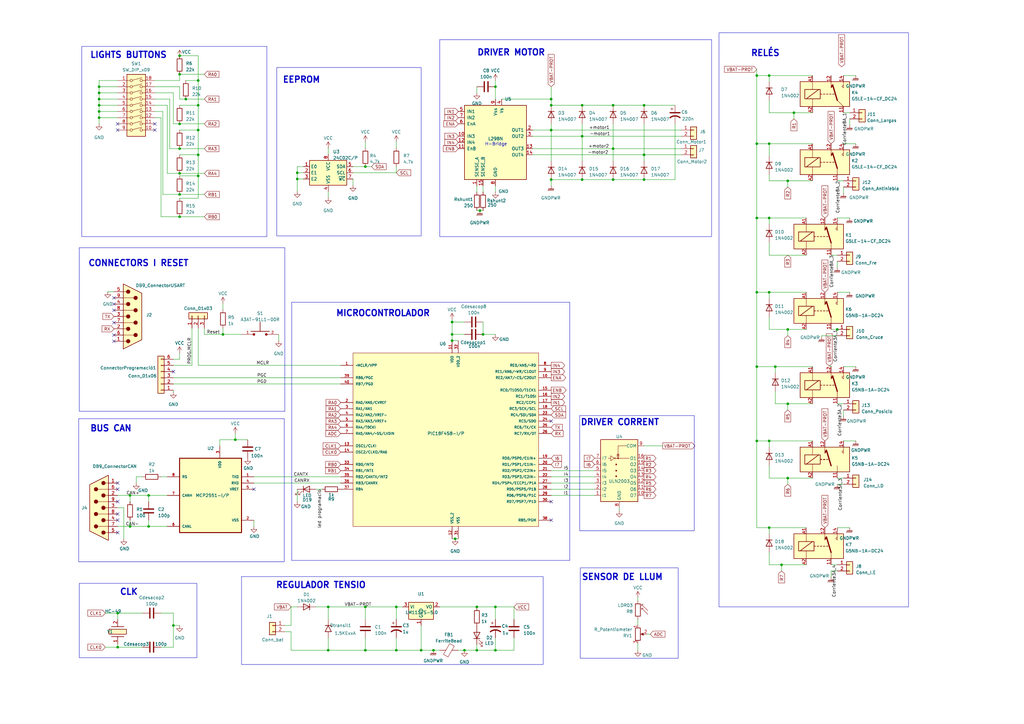
<source format=kicad_sch>
(kicad_sch (version 20230121) (generator eeschema)
  (paper "A3")
  (title_block (title "Car_lights") (company "UB") (comment 1 "SergiMarsol") (comment 2 "19/04/23") (comment 3 "Version: 12"))
  (lib_symbols
    (symbol "A3AT-91L1-00R:A3AT-91L1-00R" (pin_names (offset 1.016))
      (property "Reference" "S" (at -5.08 6.35 0))
      (property "Value" "A3AT-91L1-00R" (at -5.08 -5.08 0))
      (symbol "A3AT-91L1-00R_0_0"
        (pin passive line (at -7.62 0 0) (length 5.08) (name "~") (number "1"))
        (pin passive line (at 7.62 0 180) (length 5.08) (name "~") (number "2"))
      )
    )
    (symbol "Connector:DE9_Plug" (pin_names (offset 1.016) hide)
      (property "Reference" "J" (at 0 13.97 0))
      (property "Value" "DE9_Plug" (at 0 -14.605 0))
      (symbol "DE9_Plug_1_1"
        (pin passive line (at -7.62 -10.16 0) (length 3.81) (name "1") (number "1"))
        (pin passive line (at -7.62 -5.08 0) (length 3.81) (name "2") (number "2"))
        (pin passive line (at -7.62 0 0) (length 3.81) (name "3") (number "3"))
        (pin passive line (at -7.62 5.08 0) (length 3.81) (name "4") (number "4"))
        (pin passive line (at -7.62 10.16 0) (length 3.81) (name "5") (number "5"))
        (pin passive line (at -7.62 -7.62 0) (length 3.81) (name "6") (number "6"))
        (pin passive line (at -7.62 -2.54 0) (length 3.81) (name "7") (number "7"))
        (pin passive line (at -7.62 2.54 0) (length 3.81) (name "8") (number "8"))
        (pin passive line (at -7.62 7.62 0) (length 3.81) (name "9") (number "9"))
      )
    )
    (symbol "Connector_Generic:Conn_01x02" (pin_names (offset 1.016) hide)
      (property "Reference" "J" (at 0 2.54 0))
      (property "Value" "Conn_01x02" (at 0 -5.08 0))
      (symbol "Conn_01x02_1_1"
        (pin passive line (at -5.08 0 0) (length 3.81) (name "Pin_1") (number "1"))
        (pin passive line (at -5.08 -2.54 0) (length 3.81) (name "Pin_2") (number "2"))
      )
    )
    (symbol "Connector_Generic:Conn_01x03" (pin_names (offset 1.016) hide)
      (property "Reference" "J" (at 0 5.08 0))
      (property "Value" "Conn_01x03" (at 0 -5.08 0))
      (symbol "Conn_01x03_1_1"
        (pin passive line (at -5.08 2.54 0) (length 3.81) (name "Pin_1") (number "1"))
        (pin passive line (at -5.08 0 0) (length 3.81) (name "Pin_2") (number "2"))
        (pin passive line (at -5.08 -2.54 0) (length 3.81) (name "Pin_3") (number "3"))
      )
    )
    (symbol "Connector_Generic:Conn_01x06" (pin_names (offset 1.016) hide)
      (property "Reference" "J" (at 0 7.62 0))
      (property "Value" "Conn_01x06" (at 0 -10.16 0))
      (symbol "Conn_01x06_1_1"
        (pin passive line (at -5.08 5.08 0) (length 3.81) (name "Pin_1") (number "1"))
        (pin passive line (at -5.08 2.54 0) (length 3.81) (name "Pin_2") (number "2"))
        (pin passive line (at -5.08 0 0) (length 3.81) (name "Pin_3") (number "3"))
        (pin passive line (at -5.08 -2.54 0) (length 3.81) (name "Pin_4") (number "4"))
        (pin passive line (at -5.08 -5.08 0) (length 3.81) (name "Pin_5") (number "5"))
        (pin passive line (at -5.08 -7.62 0) (length 3.81) (name "Pin_6") (number "6"))
      )
    )
    (symbol "DE9_Plug_1" (pin_names (offset 1.016) hide)
      (property "Reference" "J4" (at 6.604 0.635 0))
      (property "Value" "DB9_ConnectorCAN" (at 12.954 -15.24 0))
      (symbol "DE9_Plug_1_1_1"
        (pin passive line (at -7.62 -10.16 0) (length 3.81) (name "1") (number "1"))
        (pin passive line (at -7.62 -5.08 0) (length 3.81) (name "2") (number "2"))
        (pin passive line (at -7.62 0 0) (length 3.81) (name "3") (number "3"))
        (pin passive line (at -7.62 5.08 0) (length 3.81) (name "4") (number "4"))
        (pin passive line (at -7.62 10.16 0) (length 3.81) (name "5") (number "5"))
        (pin passive line (at -7.62 -7.62 0) (length 3.81) (name "6") (number "6"))
        (pin passive line (at -7.62 7.62 0) (length 3.81) (name "7") (number "7"))
        (pin passive line (at -7.62 2.54 0) (length 3.81) (name "8") (number "8"))
        (pin passive line (at -7.62 -2.54 0) (length 3.81) (name "9") (number "9"))
      )
    )
    (symbol "Device:FerriteBead" (pin_numbers hide) (pin_names (offset 0))
      (property "Reference" "FB" (at -3.81 0.635 90))
      (property "Value" "FerriteBead" (at 3.81 0 90))
      (symbol "FerriteBead_1_1"
        (pin passive line (at 0 3.81 270) (length 2.54) (name "~") (number "1"))
        (pin passive line (at 0 -3.81 90) (length 2.54) (name "~") (number "2"))
      )
    )
    (symbol "Device:LED" (pin_numbers hide) (pin_names (offset 1.016) hide)
      (property "Reference" "D" (at 0 2.54 0))
      (property "Value" "LED" (at 0 -2.54 0))
      (symbol "LED_1_1"
        (pin passive line (at -3.81 0 0) (length 2.54) (name "K") (number "1"))
        (pin passive line (at 3.81 0 180) (length 2.54) (name "A") (number "2"))
      )
    )
    (symbol "Device:R" (pin_numbers hide) (pin_names (offset 0))
      (property "Reference" "R" (at 2.032 0 90))
      (property "Value" "R" (at 0 0 90))
      (symbol "R_1_1"
        (pin passive line (at 0 3.81 270) (length 1.27) (name "~") (number "1"))
        (pin passive line (at 0 -3.81 90) (length 1.27) (name "~") (number "2"))
      )
    )
    (symbol "Device:R_Potentiometer" (pin_names (offset 1.016) hide)
      (property "Reference" "RV" (at -4.445 0 90))
      (property "Value" "R_Potentiometer" (at -2.54 0 90))
      (symbol "R_Potentiometer_1_1"
        (pin passive line (at 0 3.81 270) (length 1.27) (name "1") (number "1"))
        (pin passive line (at 3.81 0 180) (length 1.27) (name "2") (number "2"))
        (pin passive line (at 0 -3.81 90) (length 1.27) (name "3") (number "3"))
      )
    )
    (symbol "Diode:1N4002" (pin_numbers hide) (pin_names hide)
      (property "Reference" "D" (at 0 2.54 0))
      (property "Value" "1N4002" (at 0 -2.54 0))
      (symbol "1N4002_1_1"
        (pin passive line (at -3.81 0 0) (length 2.54) (name "K") (number "1"))
        (pin passive line (at 3.81 0 180) (length 2.54) (name "A") (number "2"))
      )
    )
    (symbol "Diode:1N4007" (pin_numbers hide) (pin_names hide)
      (property "Reference" "D" (at 0 2.54 0))
      (property "Value" "1N4007" (at 0 -2.54 0))
      (symbol "1N4007_1_1"
        (pin passive line (at -3.81 0 0) (length 2.54) (name "K") (number "1"))
        (pin passive line (at 3.81 0 180) (length 2.54) (name "A") (number "2"))
      )
    )
    (symbol "Driver_Motor:L298N" (pin_names (offset 1.016))
      (property "Reference" "U" (at -10.16 16.51 0))
      (property "Value" "L298N" (at 12.7 16.51 0))
      (symbol "L298N_1_1"
        (pin power_in line (at -7.62 -17.78 90) (length 2.54) (name "SENSE_A") (number "1"))
        (pin input line (at -15.24 2.54 0) (length 2.54) (name "IN3") (number "10"))
        (pin input line (at -15.24 -2.54 0) (length 2.54) (name "EnB") (number "11"))
        (pin input line (at -15.24 0 0) (length 2.54) (name "IN4") (number "12"))
        (pin output line (at 15.24 -2.54 180) (length 2.54) (name "OUT3") (number "13"))
        (pin output line (at 15.24 -5.08 180) (length 2.54) (name "OUT4") (number "14"))
        (pin power_in line (at -5.08 -17.78 90) (length 2.54) (name "SENSE_B") (number "15"))
        (pin output line (at 15.24 5.08 180) (length 2.54) (name "OUT1") (number "2"))
        (pin output line (at 15.24 2.54 180) (length 2.54) (name "OUT2") (number "3"))
        (pin power_in line (at 2.54 17.78 270) (length 2.54) (name "Vs") (number "4"))
        (pin input line (at -15.24 12.7 0) (length 2.54) (name "IN1") (number "5"))
        (pin input line (at -15.24 7.62 0) (length 2.54) (name "EnA") (number "6"))
        (pin input line (at -15.24 10.16 0) (length 2.54) (name "IN2") (number "7"))
        (pin power_in line (at 0 -17.78 90) (length 2.54) (name "GND") (number "8"))
        (pin power_in line (at 0 17.78 270) (length 2.54) (name "Vss") (number "9"))
      )
    )
    (symbol "FINDER-32.21-x000_1"
      (property "Reference" "K5" (at 10.922 0.635 0))
      (property "Value" "G5NB-1A-DC24" (at 10.922 -1.905 0))
      (symbol "FINDER-32.21-x000_1_1_1"
        (pin passive line (at 5.08 -7.62 90) (length 2.54) (name "~") (number "11"))
        (pin passive line (at 0 7.62 270) (length 2.54) (name "~") (number "12"))
        (pin passive line (at 7.62 7.62 270) (length 2.54) (name "~") (number "14"))
        (pin passive line (at -5.08 7.62 270) (length 2.54) (name "~") (number "A1"))
        (pin passive line (at -5.08 -7.62 90) (length 2.54) (name "~") (number "A2"))
      )
    )
    (symbol "FINDER-40.11_1"
      (property "Reference" "K4" (at 10.922 0.635 0))
      (property "Value" "G5LE-14-CF_DC24" (at 10.922 -1.905 0))
      (symbol "FINDER-40.11_1_1_1"
        (pin passive line (at 7.62 -7.62 90) (length 2.54) (name "~") (number "11"))
        (pin passive line (at 2.54 7.62 270) (length 2.54) (name "~") (number "12"))
        (pin passive line (at 7.62 7.62 270) (length 2.54) (name "~") (number "14"))
        (pin passive line (at -5.08 7.62 270) (length 2.54) (name "~") (number "A1"))
        (pin passive line (at -5.08 -7.62 90) (length 2.54) (name "~") (number "A2"))
      )
    )
    (symbol "HC-49_U-S8192000ABJB:HC-49_U-S8192000ABJB" (pin_names hide)
      (property "Reference" "Y1" (at 5.08 -4.445 90))
      (property "Value" "HC-49" (at -3.302 -5.334 90))
      (symbol "HC-49_U-S8192000ABJB_1_1"
        (pin passive line (at 10.16 0 180) (length 2.54) (name "") (number "1"))
        (pin passive line (at 0 0 0) (length 2.54) (name "CRYSTAL_2") (number "2"))
      )
    )
    (symbol "Libreria:1.5KExxA" (pin_numbers hide) (pin_names (offset 1.016) hide)
      (property "Reference" "D" (at 0 2.54 0))
      (property "Value" "1.5KExxA" (at 0 -2.54 0))
      (symbol "1.5KExxA_1_1"
        (pin passive line (at -3.81 0 0) (length 2.54) (name "A1") (number "1"))
        (pin passive line (at 3.81 0 180) (length 2.54) (name "A2") (number "2"))
      )
    )
    (symbol "Libreria:1N4002" (pin_numbers hide) (pin_names hide)
      (property "Reference" "D" (at 0 2.54 0))
      (property "Value" "1N4002" (at 0 -2.54 0))
      (symbol "1N4002_1_1"
        (pin passive line (at -3.81 0 0) (length 2.54) (name "K") (number "1"))
        (pin passive line (at 3.81 0 180) (length 2.54) (name "A") (number "2"))
      )
    )
    (symbol "Libreria:C" (pin_numbers hide) (pin_names (offset 0.254))
      (property "Reference" "C" (at 0.635 2.54 0))
      (property "Value" "C" (at 0.635 -2.54 0))
      (symbol "C_1_1"
        (pin passive line (at 0 3.81 270) (length 2.794) (name "~") (number "1"))
        (pin passive line (at 0 -3.81 90) (length 2.794) (name "~") (number "2"))
      )
    )
    (symbol "Libreria:C_Polarized_US" (pin_numbers hide) (pin_names (offset 0.254) hide)
      (property "Reference" "C" (at 0.635 2.54 0))
      (property "Value" "C_Polarized_US" (at 0.635 -2.54 0))
      (symbol "C_Polarized_US_1_1"
        (pin passive line (at 0 3.81 270) (length 2.794) (name "~") (number "1"))
        (pin passive line (at 0 -3.81 90) (length 3.302) (name "~") (number "2"))
      )
    )
    (symbol "Libreria:Conn_01x02" (pin_names (offset 1.016) hide)
      (property "Reference" "J" (at 0 2.54 0))
      (property "Value" "Conn_01x02" (at 0 -5.08 0))
      (symbol "Conn_01x02_1_1"
        (pin passive line (at -5.08 0 0) (length 3.81) (name "Pin_1") (number "1"))
        (pin passive line (at -5.08 -2.54 0) (length 3.81) (name "Pin_2") (number "2"))
      )
    )
    (symbol "Libreria:R" (pin_numbers hide) (pin_names (offset 0))
      (property "Reference" "R" (at 2.032 0 90))
      (property "Value" "R" (at 0 0 90))
      (symbol "R_1_1"
        (pin passive line (at 0 3.81 270) (length 1.27) (name "~") (number "1"))
        (pin passive line (at 0 -3.81 90) (length 1.27) (name "~") (number "2"))
      )
    )
    (symbol "MCP2551-I_P:MCP2551-I{slash}P" (pin_names (offset 1.016))
      (property "Reference" "U2" (at 0 19.304 0))
      (property "Value" "MCP2551-I/P" (at 0.762 0 0))
      (symbol "MCP2551-I{slash}P_0_0"
        (pin input line (at 17.78 7.62 180) (length 5.08) (name "TXD") (number "1"))
        (pin power_in line (at 17.78 -10.16 180) (length 5.08) (name "VSS") (number "2"))
        (pin power_in line (at 3.81 20.32 270) (length 5.08) (name "VDD") (number "3"))
        (pin output line (at 17.78 5.08 180) (length 5.08) (name "RXD") (number "4"))
        (pin output line (at 17.78 2.54 180) (length 5.08) (name "VREF") (number "5"))
        (pin bidirectional line (at -17.78 -12.7 0) (length 5.08) (name "CANL") (number "6"))
        (pin bidirectional line (at -17.78 0 0) (length 5.08) (name "CANH") (number "7"))
        (pin input line (at -17.78 7.62 0) (length 5.08) (name "RS") (number "8"))
      )
    )
    (symbol "Memory_EEPROM:M24C01-FMN"
      (property "Reference" "U" (at -6.35 6.35 0))
      (property "Value" "M24C01-FMN" (at 7.62 6.35 0))
      (symbol "M24C01-FMN_1_1"
        (pin input line (at -10.16 2.54 0) (length 2.54) (name "E0") (number "1"))
        (pin input line (at -10.16 0 0) (length 2.54) (name "E1") (number "2"))
        (pin input line (at -10.16 -2.54 0) (length 2.54) (name "E2") (number "3"))
        (pin power_in line (at 0 -7.62 90) (length 2.54) (name "VSS") (number "4"))
        (pin bidirectional line (at 10.16 2.54 180) (length 2.54) (name "SDA") (number "5"))
        (pin input line (at 10.16 0 180) (length 2.54) (name "SCL") (number "6"))
        (pin input line (at 10.16 -2.54 180) (length 2.54) (name "~{WC}") (number "7"))
        (pin power_in line (at 0 7.62 270) (length 2.54) (name "VCC") (number "8"))
      )
    )
    (symbol "PIC18F458-I_P:PIC18F458-I{slash}P" (pin_names (offset 1.016))
      (property "Reference" "U6" (at -1.27 36.83 0))
      (property "Value" "PIC18F458-I/P" (at 0 0 0))
      (symbol "PIC18F458-I{slash}P_0_0"
        (pin input line (at -43.18 27.94 0) (length 5.08) (name "~MCLR/VPP") (number "1"))
        (pin bidirectional line (at 43.18 22.86 180) (length 5.08) (name "RE2/AN7/~CS/C2OUT") (number "10"))
        (pin power_in line (at 2.54 38.1 270) (length 5.08) (name "VDD") (number "11"))
        (pin power_in line (at 2.54 -43.18 90) (length 5.08) (name "VSS_2") (number "12"))
        (pin input line (at -43.18 -5.08 0) (length 5.08) (name "OSC1/CLKI") (number "13"))
        (pin bidirectional line (at -43.18 -7.62 0) (length 5.08) (name "OSC2/CLKO/RA6") (number "14"))
        (pin bidirectional line (at 43.18 17.78 180) (length 5.08) (name "RC0/T1OSO/T1CK1") (number "15"))
        (pin bidirectional line (at 43.18 15.24 180) (length 5.08) (name "RC1/T1OSI") (number "16"))
        (pin bidirectional line (at 43.18 12.7 180) (length 5.08) (name "RC2/CCP1") (number "17"))
        (pin bidirectional line (at 43.18 10.16 180) (length 5.08) (name "RC3/SCK/SCL") (number "18"))
        (pin bidirectional line (at 43.18 -10.16 180) (length 5.08) (name "RD0/PSP0/C1IN+") (number "19"))
        (pin bidirectional line (at -43.18 12.7 0) (length 5.08) (name "RA0/AN0/CVREF") (number "2"))
        (pin bidirectional line (at 43.18 -12.7 180) (length 5.08) (name "RD1/PSP1/C1IN-") (number "20"))
        (pin bidirectional line (at 43.18 -15.24 180) (length 5.08) (name "RD2/PSP2/C2IN+") (number "21"))
        (pin bidirectional line (at 43.18 -17.78 180) (length 5.08) (name "RD3/PSP3/C2IN-") (number "22"))
        (pin bidirectional line (at 43.18 7.62 180) (length 5.08) (name "RC4/SDI/SDA") (number "23"))
        (pin bidirectional line (at 43.18 5.08 180) (length 5.08) (name "RC5/SDO") (number "24"))
        (pin bidirectional line (at 43.18 2.54 180) (length 5.08) (name "RC6/TX/CK") (number "25"))
        (pin bidirectional line (at 43.18 0 180) (length 5.08) (name "RC7/RX/DT") (number "26"))
        (pin bidirectional line (at 43.18 -20.32 180) (length 5.08) (name "RD4/PSP4/ECCP1/P1A") (number "27"))
        (pin bidirectional line (at 43.18 -22.86 180) (length 5.08) (name "RD5/PSP5/P1B") (number "28"))
        (pin bidirectional line (at 43.18 -25.4 180) (length 5.08) (name "RD6/PSP6/P1C") (number "29"))
        (pin bidirectional line (at -43.18 10.16 0) (length 5.08) (name "RA1/AN1") (number "3"))
        (pin bidirectional line (at 43.18 -27.94 180) (length 5.08) (name "RD7/PSP7/P1D") (number "30"))
        (pin power_in line (at 5.08 -43.18 90) (length 5.08) (name "VSS") (number "31"))
        (pin power_in line (at 5.08 38.1 270) (length 5.08) (name "VDD_2") (number "32"))
        (pin bidirectional line (at -43.18 -12.7 0) (length 5.08) (name "RB0/INT0") (number "33"))
        (pin bidirectional line (at -43.18 -15.24 0) (length 5.08) (name "RB1/INT1") (number "34"))
        (pin bidirectional line (at -43.18 -17.78 0) (length 5.08) (name "RB2/CANTX/INT2") (number "35"))
        (pin bidirectional line (at -43.18 -20.32 0) (length 5.08) (name "RB3/CANRX") (number "36"))
        (pin bidirectional line (at -43.18 -22.86 0) (length 5.08) (name "RB4") (number "37"))
        (pin bidirectional line (at 43.18 -35.56 180) (length 5.08) (name "RB5/PGM") (number "38"))
        (pin bidirectional line (at -43.18 22.86 0) (length 5.08) (name "RB6/PGC") (number "39"))
        (pin bidirectional line (at -43.18 7.62 0) (length 5.08) (name "RA2/AN2/VREF-") (number "4"))
        (pin bidirectional line (at -43.18 20.32 0) (length 5.08) (name "RB7/PGD") (number "40"))
        (pin bidirectional line (at -43.18 5.08 0) (length 5.08) (name "RA3/AN3/VREF+") (number "5"))
        (pin bidirectional line (at -43.18 2.54 0) (length 5.08) (name "RA4/T0CKI") (number "6"))
        (pin bidirectional line (at -43.18 0 0) (length 5.08) (name "RA5/AN4/~SS/LVDIN") (number "7"))
        (pin bidirectional line (at 43.18 27.94 180) (length 5.08) (name "RE0/AN5/~RD") (number "8"))
        (pin bidirectional line (at 43.18 25.4 180) (length 5.08) (name "RE1/AN6/~WR/C1OUT") (number "9"))
      )
    )
    (symbol "Regulator_Linear:LM1117S-5.0"
      (property "Reference" "U" (at -3.81 3.175 0))
      (property "Value" "LM1117S-5.0" (at 0 3.175 0))
      (symbol "LM1117S-5.0_1_1"
        (pin power_in line (at 0 -7.62 90) (length 2.54) (name "GND") (number "1"))
        (pin power_out line (at 7.62 0 180) (length 2.54) (name "VO") (number "2"))
        (pin power_in line (at -7.62 0 0) (length 2.54) (name "VI") (number "3"))
      )
    )
    (symbol "Relay:FINDER-32.21-x000"
      (property "Reference" "K" (at 11.43 3.81 0))
      (property "Value" "FINDER-32.21-x000" (at 11.43 1.27 0))
      (symbol "FINDER-32.21-x000_1_1"
        (pin passive line (at 5.08 -7.62 90) (length 2.54) (name "~") (number "11"))
        (pin passive line (at 2.54 7.62 270) (length 2.54) (name "~") (number "12"))
        (pin passive line (at 7.62 7.62 270) (length 2.54) (name "~") (number "14"))
        (pin passive line (at -5.08 7.62 270) (length 2.54) (name "~") (number "A1"))
        (pin passive line (at -5.08 -7.62 90) (length 2.54) (name "~") (number "A2"))
      )
    )
    (symbol "Relay:FINDER-40.11"
      (property "Reference" "K" (at 11.43 3.81 0))
      (property "Value" "FINDER-40.11" (at 11.43 1.27 0))
      (symbol "FINDER-40.11_1_1"
        (pin passive line (at 5.08 -7.62 90) (length 2.54) (name "~") (number "11"))
        (pin passive line (at 2.54 7.62 270) (length 2.54) (name "~") (number "12"))
        (pin passive line (at 7.62 7.62 270) (length 2.54) (name "~") (number "14"))
        (pin passive line (at -5.08 7.62 270) (length 2.54) (name "~") (number "A1"))
        (pin passive line (at -5.08 -7.62 90) (length 2.54) (name "~") (number "A2"))
      )
    )
    (symbol "Sensor_Optical:LDR03" (pin_numbers hide) (pin_names (offset 0))
      (property "Reference" "R" (at -5.08 0 90))
      (property "Value" "LDR03" (at 1.905 0 90))
      (symbol "LDR03_1_1"
        (pin passive line (at 0 3.81 270) (length 1.27) (name "~") (number "1"))
        (pin passive line (at 0 -3.81 90) (length 1.27) (name "~") (number "2"))
      )
    )
    (symbol "Switch:SW_DIP_x09" (pin_names (offset 0) hide)
      (property "Reference" "SW" (at 0 13.97 0))
      (property "Value" "SW_DIP_x09" (at 0 -13.97 0))
      (symbol "SW_DIP_x09_1_1"
        (pin passive line (at -7.62 10.16 0) (length 5.08) (name "~") (number "1"))
        (pin passive line (at 7.62 -10.16 180) (length 5.08) (name "~") (number "10"))
        (pin passive line (at 7.62 -7.62 180) (length 5.08) (name "~") (number "11"))
        (pin passive line (at 7.62 -5.08 180) (length 5.08) (name "~") (number "12"))
        (pin passive line (at 7.62 -2.54 180) (length 5.08) (name "~") (number "13"))
        (pin passive line (at 7.62 0 180) (length 5.08) (name "~") (number "14"))
        (pin passive line (at 7.62 2.54 180) (length 5.08) (name "~") (number "15"))
        (pin passive line (at 7.62 5.08 180) (length 5.08) (name "~") (number "16"))
        (pin passive line (at 7.62 7.62 180) (length 5.08) (name "~") (number "17"))
        (pin passive line (at 7.62 10.16 180) (length 5.08) (name "~") (number "18"))
        (pin passive line (at -7.62 7.62 0) (length 5.08) (name "~") (number "2"))
        (pin passive line (at -7.62 5.08 0) (length 5.08) (name "~") (number "3"))
        (pin passive line (at -7.62 2.54 0) (length 5.08) (name "~") (number "4"))
        (pin passive line (at -7.62 0 0) (length 5.08) (name "~") (number "5"))
        (pin passive line (at -7.62 -2.54 0) (length 5.08) (name "~") (number "6"))
        (pin passive line (at -7.62 -5.08 0) (length 5.08) (name "~") (number "7"))
        (pin passive line (at -7.62 -7.62 0) (length 5.08) (name "~") (number "8"))
        (pin passive line (at -7.62 -10.16 0) (length 5.08) (name "~") (number "9"))
      )
    )
    (symbol "Transistor_Array:ULN2003"
      (property "Reference" "U4" (at 0 13.97 0))
      (property "Value" "ULN2003" (at 0 -4.318 0))
      (symbol "ULN2003_1_1"
        (pin input line (at -10.16 -10.16 0) (length 2.54) (name "I1") (number "1"))
        (pin open_collector line (at 10.16 -10.16 180) (length 2.54) (name "O7") (number "10"))
        (pin open_collector line (at 10.16 -7.62 180) (length 2.54) (name "O6") (number "11"))
        (pin open_collector line (at 10.16 -5.08 180) (length 2.54) (name "O5") (number "12"))
        (pin open_collector line (at 10.16 -2.54 180) (length 2.54) (name "O4") (number "13"))
        (pin open_collector line (at 10.16 0 180) (length 2.54) (name "O3") (number "14"))
        (pin open_collector line (at 10.16 2.54 180) (length 2.54) (name "O2") (number "15"))
        (pin open_collector line (at 10.16 5.08 180) (length 2.54) (name "O1") (number "16"))
        (pin input line (at -10.16 -7.62 0) (length 2.54) (name "I2") (number "2"))
        (pin input line (at -10.16 -5.08 0) (length 2.54) (name "I3") (number "3"))
        (pin input line (at -10.16 -2.54 0) (length 2.54) (name "I4") (number "4"))
        (pin input line (at -10.16 0 0) (length 2.54) (name "I5") (number "5"))
        (pin input line (at -10.16 2.54 0) (length 2.54) (name "I6") (number "6"))
        (pin input line (at -10.16 5.08 0) (length 2.54) (name "I7") (number "7"))
        (pin power_in line (at 0 -15.24 90) (length 2.54) (name "GND") (number "8"))
        (pin passive line (at 10.16 10.16 180) (length 2.54) (name "COM") (number "9"))
      )
    )
    (symbol "power:GND" (power) (pin_names (offset 0))
      (property "Value" "GND" (at 0 -3.81 0))
      (symbol "GND_1_1"
        (pin power_in line (at 0 0 270) (length 0) hide (name "GND") (number "1"))
      )
    )
    (symbol "power:GNDPWR" (power) (pin_names (offset 0))
      (property "Value" "GNDPWR" (at 0 -3.302 0))
      (symbol "GNDPWR_1_1"
        (pin power_in line (at 0 0 270) (length 0) hide (name "GNDPWR") (number "1"))
      )
    )
    (symbol "power:VCC" (power) (pin_names (offset 0))
      (property "Value" "VCC" (at 0 3.81 0))
      (symbol "VCC_1_1"
        (pin power_in line (at 0 0 90) (length 0) hide (name "VCC") (number "1"))
      )
    )
  )
  (junction (at 73.66 79.756))
  (junction (at 40.64 45.72))
  (junction (at 195.58 248.92))
  (junction (at 73.66 71.12))
  (junction (at 73.66 88.9))
  (junction (at 81.28 53.34))
  (junction (at 71.12 256.54))
  (junction (at 251.46 60.96))
  (junction (at 81.28 63.5))
  (junction (at 40.64 43.18))
  (junction (at 251.46 73.66))
  (junction (at 238.76 43.18))
  (junction (at 73.66 30.48))
  (junction (at 264.16 43.18))
  (junction (at 40.64 40.64))
  (junction (at 162.56 266.7))
  (junction (at 186.69 220.98))
  (junction (at 343.408 135.128))
  (junction (at 323.088 165.608))
  (junction (at 310.388 180.848))
  (junction (at 121.92 73.406))
  (junction (at 315.468 30.988))
  (junction (at 310.388 150.368))
  (junction (at 149.86 266.7))
  (junction (at 81.28 72.136))
  (junction (at 238.76 55.88))
  (junction (at 172.72 266.7))
  (junction (at 226.06 73.66))
  (junction (at 48.26 251.46))
  (junction (at 40.64 48.26))
  (junction (at 251.46 43.18))
  (junction (at 323.088 74.168))
  (junction (at 73.66 60.96))
  (junction (at 149.86 248.92))
  (junction (at 264.16 63.5))
  (junction (at 315.468 119.888))
  (junction (at 149.86 68.326))
  (junction (at 226.06 53.34))
  (junction (at 226.06 40.64))
  (junction (at 310.388 89.408))
  (junction (at 134.62 266.7))
  (junction (at 76.2 40.64))
  (junction (at 226.06 43.18))
  (junction (at 323.088 135.128))
  (junction (at 325.628 46.228))
  (junction (at 198.12 137.16))
  (junction (at 96.52 180.34))
  (junction (at 203.2 248.92))
  (junction (at 185.42 132.08))
  (junction (at 73.66 22.86))
  (junction (at 60.96 215.9))
  (junction (at 190.5 266.7))
  (junction (at 315.468 58.928))
  (junction (at 185.42 137.16))
  (junction (at 40.64 35.56))
  (junction (at 310.388 30.988))
  (junction (at 315.468 89.408))
  (junction (at 81.28 33.02))
  (junction (at 315.468 180.848))
  (junction (at 238.76 73.66))
  (junction (at 91.44 137.16))
  (junction (at 53.34 215.9))
  (junction (at 203.2 266.7))
  (junction (at 203.2 35.56))
  (junction (at 48.26 265.43))
  (junction (at 134.62 248.92))
  (junction (at 185.42 139.7))
  (junction (at 264.16 73.66))
  (junction (at 60.96 203.2))
  (junction (at 310.388 58.928))
  (junction (at 195.58 266.7))
  (junction (at 73.66 50.8))
  (junction (at 53.34 203.2))
  (junction (at 196.85 86.36))
  (junction (at 318.008 150.368))
  (junction (at 323.088 196.088))
  (junction (at 320.548 231.648))
  (junction (at 121.92 70.866))
  (junction (at 40.64 38.1))
  (junction (at 81.28 43.18))
  (junction (at 310.388 119.888))
  (junction (at 315.468 216.408))
  (junction (at 162.56 248.92))
  (junction (at 177.8 266.7))
  (no_connect (at 48.26 205.74))
  (no_connect (at 48.26 210.82))
  (no_connect (at 48.26 53.34))
  (no_connect (at 46.736 132.334))
  (no_connect (at 63.5 53.34))
  (no_connect (at 48.26 213.36))
  (no_connect (at 48.26 200.66))
  (no_connect (at 226.06 213.36))
  (no_connect (at 226.06 205.74))
  (no_connect (at 48.26 50.8))
  (no_connect (at 226.06 172.72))
  (no_connect (at 46.736 122.174))
  (no_connect (at 48.26 218.44))
  (no_connect (at 104.14 200.66))
  (no_connect (at 63.5 50.8))
  (no_connect (at 71.12 152.4))
  (no_connect (at 46.736 139.954))
  (no_connect (at 46.736 124.714))
  (no_connect (at 48.26 198.12))
  (no_connect (at 46.736 127.254))
  (no_connect (at 46.736 137.414))
  (wire (pts (xy 226.06 198.12) (xy 243.84 198.12)))
  (wire (pts (xy 144.78 68.326) (xy 149.86 68.326)))
  (wire (pts (xy 162.56 70.866) (xy 162.56 68.326)))
  (wire (pts (xy 198.12 137.16) (xy 198.12 132.08)))
  (wire (pts (xy 114.3 137.16) (xy 114.3 139.7)))
  (wire (pts (xy 315.468 183.388) (xy 315.468 180.848)))
  (wire (pts (xy 203.2 76.2) (xy 203.2 78.74)))
  (wire (pts (xy 162.56 248.92) (xy 162.56 254)))
  (wire (pts (xy 226.06 73.66) (xy 238.76 73.66)))
  (wire (pts (xy 320.548 234.188) (xy 320.548 231.648)))
  (wire (pts (xy 195.58 248.92) (xy 203.2 248.92)))
  (wire (pts (xy 310.388 89.408) (xy 315.468 89.408)))
  (wire (pts (xy 323.088 165.608) (xy 318.008 165.608)))
  (wire (pts (xy 310.388 150.368) (xy 310.388 180.848)))
  (wire (pts (xy 73.66 88.9) (xy 83.82 88.9)))
  (wire (pts (xy 185.42 132.08) (xy 185.42 137.16)))
  (wire (pts (xy 264.16 63.5) (xy 264.16 66.04)))
  (wire (pts (xy 162.56 248.92) (xy 165.1 248.92)))
  (wire (pts (xy 81.28 33.02) (xy 81.28 43.18)))
  (wire (pts (xy 63.5 33.02) (xy 73.66 33.02)))
  (wire (pts (xy 48.26 203.2) (xy 53.34 203.2)))
  (wire (pts (xy 226.06 200.66) (xy 243.84 200.66)))
  (wire (pts (xy 63.5 40.64) (xy 69.596 40.64)))
  (wire (pts (xy 68.58 43.18) (xy 68.58 71.12)))
  (wire (pts (xy 149.86 58.166) (xy 149.86 60.706)))
  (wire (pts (xy 195.58 76.2) (xy 195.58 78.74)))
  (wire (pts (xy 185.42 137.16) (xy 185.42 139.7)))
  (wire (pts (xy 315.468 46.228) (xy 315.468 41.148)))
  (wire (pts (xy 226.06 53.34) (xy 226.06 66.04)))
  (wire (pts (xy 58.42 195.58) (xy 55.88 195.58)))
  (wire (pts (xy 195.58 266.7) (xy 195.58 264.414)))
  (wire (pts (xy 119.38 259.08) (xy 116.84 259.08)))
  (wire (pts (xy 340.868 104.648) (xy 343.408 104.648)))
  (wire (pts (xy 218.44 53.34) (xy 226.06 53.34)))
  (wire (pts (xy 195.58 266.7) (xy 203.2 266.7)))
  (wire (pts (xy 71.12 154.94) (xy 139.7 154.94)))
  (wire (pts (xy 73.66 53.34) (xy 81.28 53.34)))
  (wire (pts (xy 218.44 55.88) (xy 238.76 55.88)))
  (wire (pts (xy 149.86 68.326) (xy 152.4 68.326)))
  (wire (pts (xy 264.16 50.8) (xy 264.16 63.5)))
  (wire (pts (xy 340.106 150.114) (xy 340.868 150.114)))
  (wire (pts (xy 91.44 137.16) (xy 99.06 137.16)))
  (wire (pts (xy 340.868 234.188) (xy 343.408 234.188)))
  (wire (pts (xy 190.5 266.7) (xy 195.58 266.7)))
  (wire (pts (xy 73.66 63.5) (xy 81.28 63.5)))
  (wire (pts (xy 348.488 48.768) (xy 348.488 51.308)))
  (wire (pts (xy 315.468 89.408) (xy 315.468 91.948)))
  (wire (pts (xy 264.16 63.5) (xy 279.4 63.5)))
  (wire (pts (xy 315.468 135.128) (xy 315.468 130.048)))
  (wire (pts (xy 43.18 265.43) (xy 48.26 265.43)))
  (wire (pts (xy 264.16 182.88) (xy 271.78 182.88)))
  (wire (pts (xy 198.12 137.16) (xy 203.2 137.16)))
  (wire (pts (xy 226.06 35.56) (xy 226.06 40.64)))
  (wire (pts (xy 119.38 256.54) (xy 116.84 256.54)))
  (wire (pts (xy 310.388 150.368) (xy 318.008 150.368)))
  (wire (pts (xy 315.468 58.928) (xy 315.468 64.008)))
  (wire (pts (xy 71.12 50.8) (xy 73.66 50.8)))
  (wire (pts (xy 276.86 73.66) (xy 264.16 73.66)))
  (wire (pts (xy 203.2 254) (xy 203.2 248.92)))
  (wire (pts (xy 48.26 265.43) (xy 58.42 265.43)))
  (wire (pts (xy 185.42 131.064) (xy 185.42 132.08)))
  (wire (pts (xy 348.488 46.228) (xy 345.948 46.228)))
  (wire (pts (xy 185.42 220.98) (xy 186.69 220.98)))
  (wire (pts (xy 310.388 119.888) (xy 315.468 119.888)))
  (wire (pts (xy 43.18 251.46) (xy 48.26 251.46)))
  (wire (pts (xy 149.86 248.92) (xy 162.56 248.92)))
  (wire (pts (xy 73.66 81.28) (xy 81.28 81.28)))
  (wire (pts (xy 119.38 248.92) (xy 121.92 248.92)))
  (wire (pts (xy 78.74 134.62) (xy 78.74 149.86)))
  (wire (pts (xy 73.66 22.86) (xy 73.66 23.114)))
  (wire (pts (xy 53.34 213.36) (xy 53.34 215.9)))
  (wire (pts (xy 340.868 150.114) (xy 340.868 150.368)))
  (wire (pts (xy 315.468 135.128) (xy 323.088 135.128)))
  (wire (pts (xy 310.388 30.988) (xy 310.388 58.928)))
  (wire (pts (xy 345.948 58.928) (xy 351.028 58.928)))
  (wire (pts (xy 48.26 254) (xy 48.26 251.46)))
  (wire (pts (xy 196.85 86.36) (xy 198.12 86.36)))
  (wire (pts (xy 66.802 45.72) (xy 66.802 79.756)))
  (wire (pts (xy 40.64 33.02) (xy 40.64 35.56)))
  (wire (pts (xy 261.62 245.11) (xy 261.62 246.38)))
  (wire (pts (xy 345.948 74.168) (xy 343.408 74.168)))
  (wire (pts (xy 310.388 89.408) (xy 310.388 119.888)))
  (wire (pts (xy 83.82 134.62) (xy 83.82 137.16)))
  (wire (pts (xy 96.52 177.8) (xy 96.52 180.34)))
  (wire (pts (xy 121.92 70.866) (xy 124.46 70.866)))
  (wire (pts (xy 71.12 265.43) (xy 66.04 265.43)))
  (wire (pts (xy 73.66 35.56) (xy 73.66 40.64)))
  (wire (pts (xy 337.058 138.176) (xy 337.058 137.668)))
  (wire (pts (xy 81.28 81.28) (xy 81.28 72.136)))
  (wire (pts (xy 50.8 208.28) (xy 48.26 208.28)))
  (wire (pts (xy 162.56 58.166) (xy 162.56 60.706)))
  (wire (pts (xy 340.868 236.728) (xy 340.868 234.188)))
  (wire (pts (xy 226.06 193.04) (xy 243.84 193.04)))
  (wire (pts (xy 134.62 248.92) (xy 134.62 254)))
  (wire (pts (xy 310.388 30.988) (xy 315.468 30.988)))
  (wire (pts (xy 343.662 135.128) (xy 343.408 135.128)))
  (wire (pts (xy 81.28 149.86) (xy 139.7 149.86)))
  (wire (pts (xy 203.2 35.56) (xy 203.2 40.64)))
  (wire (pts (xy 91.44 124.46) (xy 91.44 127)))
  (wire (pts (xy 63.5 48.26) (xy 66.04 48.26)))
  (wire (pts (xy 345.948 168.148) (xy 345.948 170.688)))
  (wire (pts (xy 315.468 191.008) (xy 315.468 196.088)))
  (wire (pts (xy 66.04 88.9) (xy 73.66 88.9)))
  (wire (pts (xy 40.64 45.72) (xy 40.64 48.26)))
  (wire (pts (xy 66.04 251.46) (xy 71.12 251.46)))
  (wire (pts (xy 261.62 266.7) (xy 261.62 263.906)))
  (wire (pts (xy 226.06 43.18) (xy 238.76 43.18)))
  (wire (pts (xy 119.38 256.54) (xy 119.38 248.92)))
  (wire (pts (xy 53.34 203.2) (xy 60.96 203.2)))
  (wire (pts (xy 187.96 266.7) (xy 190.5 266.7)))
  (wire (pts (xy 276.86 50.8) (xy 276.86 73.66)))
  (wire (pts (xy 71.12 157.48) (xy 139.7 157.48)))
  (wire (pts (xy 226.06 40.64) (xy 226.06 43.18)))
  (wire (pts (xy 177.8 266.7) (xy 180.34 266.7)))
  (wire (pts (xy 318.008 165.608) (xy 318.008 160.528)))
  (wire (pts (xy 81.28 43.18) (xy 81.28 53.34)))
  (wire (pts (xy 48.26 43.18) (xy 40.64 43.18)))
  (wire (pts (xy 73.66 72.136) (xy 81.28 72.136)))
  (wire (pts (xy 343.408 107.188) (xy 343.408 109.728)))
  (wire (pts (xy 55.88 195.58) (xy 55.88 198.12)))
  (wire (pts (xy 345.948 196.088) (xy 343.408 196.088)))
  (wire (pts (xy 63.5 43.18) (xy 68.58 43.18)))
  (wire (pts (xy 238.76 73.66) (xy 251.46 73.66)))
  (wire (pts (xy 53.34 215.9) (xy 60.96 215.9)))
  (wire (pts (xy 226.06 50.8) (xy 226.06 53.34)))
  (wire (pts (xy 63.5 35.56) (xy 73.66 35.56)))
  (wire (pts (xy 185.42 137.16) (xy 190.5 137.16)))
  (wire (pts (xy 48.26 215.9) (xy 53.34 215.9)))
  (wire (pts (xy 226.06 203.2) (xy 243.84 203.2)))
  (wire (pts (xy 315.468 89.408) (xy 330.708 89.408)))
  (wire (pts (xy 71.12 256.54) (xy 71.12 265.43)))
  (wire (pts (xy 315.468 30.988) (xy 333.248 30.988)))
  (wire (pts (xy 121.92 73.406) (xy 124.46 73.406)))
  (wire (pts (xy 50.8 220.98) (xy 50.8 208.28)))
  (wire (pts (xy 310.388 58.928) (xy 315.468 58.928)))
  (wire (pts (xy 149.86 266.7) (xy 162.56 266.7)))
  (wire (pts (xy 345.948 165.608) (xy 343.408 165.608)))
  (wire (pts (xy 69.596 60.96) (xy 73.66 60.96)))
  (wire (pts (xy 40.64 38.1) (xy 40.64 40.64)))
  (wire (pts (xy 104.14 213.36) (xy 104.14 215.9)))
  (wire (pts (xy 104.14 195.58) (xy 139.7 195.58)))
  (wire (pts (xy 203.2 33.02) (xy 203.2 35.56)))
  (wire (pts (xy 315.468 218.948) (xy 315.468 216.408)))
  (wire (pts (xy 48.26 45.72) (xy 40.64 45.72)))
  (wire (pts (xy 83.82 30.48) (xy 73.66 30.48)))
  (wire (pts (xy 149.86 261.62) (xy 149.86 266.7)))
  (wire (pts (xy 323.088 165.608) (xy 333.248 165.608)))
  (wire (pts (xy 226.06 76.2) (xy 226.06 73.66)))
  (wire (pts (xy 144.78 75.946) (xy 144.78 73.406)))
  (wire (pts (xy 325.628 46.228) (xy 333.248 46.228)))
  (wire (pts (xy 318.008 150.368) (xy 333.248 150.368)))
  (wire (pts (xy 218.44 63.5) (xy 264.16 63.5)))
  (wire (pts (xy 251.46 73.66) (xy 264.16 73.66)))
  (wire (pts (xy 323.088 196.088) (xy 315.468 196.088)))
  (wire (pts (xy 343.408 198.628) (xy 345.948 198.628)))
  (wire (pts (xy 198.12 76.2) (xy 198.12 78.74)))
  (wire (pts (xy 90.17 182.88) (xy 90.17 180.34)))
  (wire (pts (xy 323.088 135.128) (xy 330.708 135.128)))
  (wire (pts (xy 134.62 60.706) (xy 134.62 63.246)))
  (wire (pts (xy 60.96 203.2) (xy 60.96 205.74)))
  (wire (pts (xy 76.2 40.64) (xy 83.82 40.64)))
  (wire (pts (xy 185.42 132.08) (xy 190.5 132.08)))
  (wire (pts (xy 68.58 71.12) (xy 73.66 71.12)))
  (wire (pts (xy 315.468 226.568) (xy 315.468 231.648)))
  (wire (pts (xy 251.46 60.96) (xy 279.4 60.96)))
  (wire (pts (xy 315.468 104.648) (xy 315.468 99.568)))
  (wire (pts (xy 323.088 74.168) (xy 315.468 74.168)))
  (wire (pts (xy 315.468 216.408) (xy 330.708 216.408)))
  (wire (pts (xy 310.388 119.888) (xy 310.388 150.368)))
  (wire (pts (xy 71.12 251.46) (xy 71.12 256.54)))
  (wire (pts (xy 73.66 144.78) (xy 73.66 147.32)))
  (wire (pts (xy 71.12 149.86) (xy 78.74 149.86)))
  (wire (pts (xy 226.06 53.34) (xy 279.4 53.34)))
  (wire (pts (xy 96.52 180.34) (xy 101.6 180.34)))
  (wire (pts (xy 90.17 180.34) (xy 96.52 180.34)))
  (wire (pts (xy 71.12 256.54) (xy 73.66 256.54)))
  (wire (pts (xy 121.92 200.66) (xy 121.92 205.74)))
  (wire (pts (xy 323.088 168.148) (xy 323.088 165.608)))
  (wire (pts (xy 134.62 261.62) (xy 134.62 266.7)))
  (wire (pts (xy 71.12 147.32) (xy 73.66 147.32)))
  (wire (pts (xy 343.408 119.888) (xy 348.488 119.888)))
  (wire (pts (xy 254 209.55) (xy 254 208.28)))
  (wire (pts (xy 121.92 70.866) (xy 121.92 73.406)))
  (wire (pts (xy 60.96 215.9) (xy 68.58 215.9)))
  (wire (pts (xy 323.088 198.628) (xy 323.088 196.088)))
  (wire (pts (xy 238.76 43.18) (xy 251.46 43.18)))
  (wire (pts (xy 185.42 139.7) (xy 187.96 139.7)))
  (wire (pts (xy 323.088 196.088) (xy 333.248 196.088)))
  (wire (pts (xy 251.46 60.96) (xy 251.46 66.04)))
  (wire (pts (xy 264.16 43.18) (xy 276.86 43.18)))
  (wire (pts (xy 315.468 46.228) (xy 325.628 46.228)))
  (wire (pts (xy 162.56 261.62) (xy 162.56 266.7)))
  (wire (pts (xy 310.388 180.848) (xy 310.388 216.408)))
  (wire (pts (xy 71.12 160.02) (xy 71.12 160.782)))
  (wire (pts (xy 144.78 70.866) (xy 162.56 70.866)))
  (wire (pts (xy 121.92 68.326) (xy 121.92 70.866)))
  (wire (pts (xy 310.388 58.928) (xy 310.388 89.408)))
  (wire (pts (xy 210.82 248.92) (xy 210.82 254)))
  (wire (pts (xy 119.38 266.7) (xy 134.62 266.7)))
  (wire (pts (xy 310.388 216.408) (xy 315.468 216.408)))
  (wire (pts (xy 266.7 260.096) (xy 265.43 260.096)))
  (wire (pts (xy 315.468 180.848) (xy 333.248 180.848)))
  (wire (pts (xy 40.64 40.64) (xy 40.64 43.18)))
  (wire (pts (xy 315.468 119.888) (xy 315.468 122.428)))
  (wire (pts (xy 48.26 38.1) (xy 40.64 38.1)))
  (wire (pts (xy 121.92 73.406) (xy 121.92 78.486)))
  (wire (pts (xy 323.088 76.708) (xy 323.088 74.168)))
  (wire (pts (xy 315.468 58.928) (xy 333.248 58.928)))
  (wire (pts (xy 81.28 134.62) (xy 81.28 149.86)))
  (wire (pts (xy 203.2 266.7) (xy 210.82 266.7)))
  (wire (pts (xy 351.028 30.988) (xy 345.948 30.988)))
  (wire (pts (xy 134.62 248.92) (xy 149.86 248.92)))
  (wire (pts (xy 73.66 50.8) (xy 83.82 50.8)))
  (wire (pts (xy 218.44 60.96) (xy 251.46 60.96)))
  (wire (pts (xy 325.628 48.768) (xy 325.628 46.228)))
  (wire (pts (xy 81.28 22.86) (xy 81.28 33.02)))
  (wire (pts (xy 81.28 63.5) (xy 81.28 72.136)))
  (wire (pts (xy 91.44 134.62) (xy 91.44 137.16)))
  (wire (pts (xy 238.76 50.8) (xy 238.76 55.88)))
  (wire (pts (xy 180.34 248.92) (xy 195.58 248.92)))
  (wire (pts (xy 310.388 28.448) (xy 310.388 30.988)))
  (wire (pts (xy 261.62 254) (xy 261.62 256.286)))
  (wire (pts (xy 73.66 22.86) (xy 81.28 22.86)))
  (wire (pts (xy 149.86 248.92) (xy 149.86 254)))
  (wire (pts (xy 53.34 203.2) (xy 53.34 205.74)))
  (wire (pts (xy 251.46 43.18) (xy 264.16 43.18)))
  (wire (pts (xy 226.06 195.58) (xy 243.84 195.58)))
  (wire (pts (xy 172.72 266.7) (xy 177.8 266.7)))
  (wire (pts (xy 63.5 38.1) (xy 71.12 38.1)))
  (wire (pts (xy 320.548 231.648) (xy 315.468 231.648)))
  (wire (pts (xy 345.948 150.368) (xy 351.028 150.368)))
  (wire (pts (xy 348.488 89.408) (xy 343.408 89.408)))
  (wire (pts (xy 44.196 119.634) (xy 46.736 119.634)))
  (wire (pts (xy 320.548 231.648) (xy 330.708 231.648)))
  (wire (pts (xy 343.408 231.648) (xy 340.868 231.648)))
  (wire (pts (xy 66.04 48.26) (xy 66.04 88.9)))
  (wire (pts (xy 315.468 119.888) (xy 330.708 119.888)))
  (wire (pts (xy 66.04 195.58) (xy 68.58 195.58)))
  (wire (pts (xy 129.54 248.92) (xy 134.62 248.92)))
  (wire (pts (xy 81.28 53.34) (xy 81.28 63.5)))
  (wire (pts (xy 337.058 137.668) (xy 343.408 137.668)))
  (wire (pts (xy 119.38 259.08) (xy 119.38 266.7)))
  (wire (pts (xy 251.46 50.8) (xy 251.46 60.96)))
  (wire (pts (xy 315.468 74.168) (xy 315.468 71.628)))
  (wire (pts (xy 203.2 248.92) (xy 210.82 248.92)))
  (wire (pts (xy 203.2 261.62) (xy 203.2 266.7)))
  (wire (pts (xy 205.74 40.64) (xy 226.06 40.64)))
  (wire (pts (xy 48.26 35.56) (xy 40.64 35.56)))
  (wire (pts (xy 60.96 213.36) (xy 60.96 215.9)))
  (wire (pts (xy 40.64 35.56) (xy 40.64 38.1)))
  (wire (pts (xy 315.468 104.648) (xy 330.708 104.648)))
  (wire (pts (xy 195.58 249.174) (xy 195.58 248.92)))
  (wire (pts (xy 104.14 198.12) (xy 139.7 198.12)))
  (wire (pts (xy 73.66 43.18) (xy 81.28 43.18)))
  (wire (pts (xy 186.69 220.98) (xy 187.96 220.98)))
  (wire (pts (xy 69.596 40.64) (xy 69.596 60.96)))
  (wire (pts (xy 40.64 43.18) (xy 40.64 45.72)))
  (wire (pts (xy 40.64 50.8) (xy 40.64 48.26)))
  (wire (pts (xy 238.76 55.88) (xy 238.76 66.04)))
  (wire (pts (xy 76.2 33.02) (xy 81.28 33.02)))
  (wire (pts (xy 48.26 264.16) (xy 48.26 265.43)))
  (wire (pts (xy 60.96 203.2) (xy 68.58 203.2)))
  (wire (pts (xy 73.66 30.48) (xy 73.66 33.02)))
  (wire (pts (xy 210.82 261.62) (xy 210.82 266.7)))
  (wire (pts (xy 66.802 79.756) (xy 73.66 79.756)))
  (wire (pts (xy 238.76 55.88) (xy 279.4 55.88)))
  (wire (pts (xy 48.26 251.46) (xy 58.42 251.46)))
  (wire (pts (xy 134.62 266.7) (xy 149.86 266.7)))
  (wire (pts (xy 63.5 45.72) (xy 66.802 45.72)))
  (wire (pts (xy 48.26 33.02) (xy 40.64 33.02)))
  (wire (pts (xy 345.948 76.708) (xy 345.948 79.248)))
  (wire (pts (xy 195.58 86.36) (xy 196.85 86.36)))
  (wire (pts (xy 343.408 216.408) (xy 348.488 216.408)))
  (wire (pts (xy 129.54 200.66) (xy 132.08 200.66)))
  (wire (pts (xy 48.26 40.64) (xy 40.64 40.64)))
  (wire (pts (xy 340.868 135.128) (xy 343.408 135.128)))
  (wire (pts (xy 73.66 60.96) (xy 83.82 60.96)))
  (wire (pts (xy 323.088 137.668) (xy 323.088 135.128)))
  (wire (pts (xy 310.388 180.848) (xy 315.468 180.848)))
  (wire (pts (xy 121.92 68.326) (xy 124.46 68.326)))
  (wire (pts (xy 73.66 71.12) (xy 83.82 71.12)))
  (wire (pts (xy 315.468 33.528) (xy 315.468 30.988)))
  (wire (pts (xy 195.58 35.56) (xy 195.58 38.1)))
  (wire (pts (xy 40.64 48.26) (xy 48.26 48.26)))
  (wire (pts (xy 134.62 81.026) (xy 134.62 78.486)))
  (wire (pts (xy 83.82 137.16) (xy 91.44 137.16)))
  (wire (pts (xy 318.008 152.908) (xy 318.008 150.368)))
  (wire (pts (xy 71.12 38.1) (xy 71.12 50.8)))
  (wire (pts (xy 323.088 74.168) (xy 333.248 74.168)))
  (wire (pts (xy 162.56 266.7) (xy 172.72 266.7)))
  (wire (pts (xy 73.66 79.756) (xy 83.82 79.756)))
  (wire (pts (xy 73.66 40.64) (xy 76.2 40.64)))
  (wire (pts (xy 351.028 180.848) (xy 345.948 180.848)))
  (wire (pts (xy 172.72 256.54) (xy 172.72 266.7)))
  (rectangle (start 32.512 101.6) (end 116.84 168.656))
  (rectangle (start 32.512 239.268) (end 80.772 269.748))
  (rectangle (start 113.538 27.686) (end 172.72 96.774))
  (rectangle (start 180.34 16.256) (end 291.846 97.028))
  (rectangle (start 119.634 123.952) (end 233.68 229.87))
  (rectangle (start 237.9911 232.918) (end 278.13 270.002))
  (rectangle (start 294.894 13.462) (end 372.618 248.92))
  (rectangle (start 237.744 170.434) (end 284.734 217.678))
  (rectangle (start 33.528 19.05) (end 109.474 97.028))
  (rectangle (start 32.258 171.704) (end 116.586 230.378))
  (rectangle (start 99.06 236.474) (end 222.758 272.542))
  (text "H-Bridge" (at 198.882 59.944 0) (effects (font (size 1.27 1.27)) (justify left bottom)))
  (text "CONNECTORS I RESET\n\n" (at 36.068 113.538 0) (effects (font (size 2.5 2.5) (thickness 0.5) bold) (justify left bottom)))
  (text "SENSOR DE LLUM\n" (at 238.506 238.252 0) (effects (font (size 2.5 2.5) (thickness 0.5) bold) (justify left bottom)))
  (text "EEPROM" (at 115.824 34.29 0) (effects (font (size 2.5 2.5) (thickness 0.5) bold) (justify left bottom)))
  (text "RELÉS\n" (at 307.848 23.368 0) (effects (font (size 2.5 2.5) (thickness 0.5) bold) (justify left bottom)))
  (text "BUS CAN" (at 36.83 177.292 0) (effects (font (size 2.5 2.5) (thickness 0.5) bold) (justify left bottom)))
  (text "DRIVER CORRENT" (at 237.998 174.752 0) (effects (font (size 2.5 2.5) (thickness 0.5) bold) (justify left bottom)))
  (text "DRIVER MOTOR" (at 195.58 23.114 0) (effects (font (size 2.5 2.5) (thickness 0.5) bold) (justify left bottom)))
  (text "CLK" (at 49.022 244.348 0) (effects (font (size 2.5 2.5) (thickness 0.5) bold) (justify left bottom)))
  (text "REGULADOR TENSIO" (at 113.03 241.554 0) (effects (font (size 2.5 2.5) (thickness 0.5) bold) (justify left bottom)))
  (text "MICROCONTROLADOR" (at 137.668 130.048 0) (effects (font (size 2.5 2.5) (thickness 0.5) bold) (justify left bottom)))
  (text "LIGHTS BUTTONS" (at 36.83 24.13 0) (effects (font (size 2.5 2.5) (thickness 0.5) bold) (justify left bottom)))
  (label "CAN+" (at 51.816 203.2 0))
  (label "PGD" (at 105.41 157.48 0))
  (label "Corriente8A_1" (at 347.472 46.228 270))
  (label "Corriente8A_3" (at 342.138 104.648 270))
  (label "Corriente3A_1" (at 343.662 135.128 270))
  (label "I4" (at 231.14 195.58 0))
  (label "MCLR" (at 105.156 149.86 0))
  (label "PROG.MCLR" (at 78.74 149.352 90))
  (label "led programació" (at 132.08 200.66 270))
  (label "I1" (at 231.14 203.2 0))
  (label "+motor1" (at 241.554 53.34 0))
  (label "I3" (at 231.14 198.12 0))
  (label "Reset" (at 90.17 137.16 180))
  (label "CANTX" (at 120.396 195.58 0))
  (label "CANRX" (at 120.65 198.12 0))
  (label "VBAT-PROT" (at 141.2975 248.92 0))
  (label "Corriente3A_4" (at 343.154 231.648 270))
  (label "Corriente8A_2" (at 344.678 74.168 270))
  (label "I5" (at 231.14 193.04 0))
  (label "Corriente3A_3" (at 345.694 196.088 270))
  (label "-motor1" (at 241.808 55.88 0))
  (label "CAN-" (at 51.562 215.9 0))
  (label "Corriente3A_2" (at 345.44 165.608 270))
  (label "+motor2" (at 241.3 60.96 0))
  (label "I2" (at 231.14 200.66 0))
  (label "PGC" (at 105.41 154.94 0))
  (label "-motor2" (at 241.046 63.5 0))
  (global_label "IN4" (shape input) (at 187.96 58.42 180) (property "Intersheetrefs" "${INTERSHEET_REFS}" (effects hide)))
  (global_label "VBAT-PROT" (shape input) (at 338.328 216.408 90) (property "Intersheetrefs" "${INTERSHEET_REFS}" (effects hide)))
  (global_label "TX" (shape input) (at 46.736 129.794 180) (property "Intersheetrefs" "${INTERSHEET_REFS}" (effects hide)))
  (global_label "RB1" (shape input) (at 139.7 193.04 180) (property "Intersheetrefs" "${INTERSHEET_REFS}" (effects hide)))
  (global_label "RB0" (shape input) (at 83.82 88.9 0) (property "Intersheetrefs" "${INTERSHEET_REFS}" (effects hide)))
  (global_label "CLK1" (shape input) (at 139.7 182.88 180) (property "Intersheetrefs" "${INTERSHEET_REFS}" (effects hide)))
  (global_label "IN3" (shape input) (at 187.96 55.88 180) (property "Intersheetrefs" "${INTERSHEET_REFS}" (effects hide)))
  (global_label "VBAT-PROT" (shape input) (at 345.186 27.432 90) (property "Intersheetrefs" "${INTERSHEET_REFS}" (effects hide)))
  (global_label "VCC" (shape input) (at 210.82 248.92 0) (property "Intersheetrefs" "${INTERSHEET_REFS}" (effects hide)))
  (global_label "I7" (shape input) (at 243.84 187.96 180) (property "Intersheetrefs" "${INTERSHEET_REFS}" (effects hide)))
  (global_label "IN3" (shape output) (at 226.06 152.4 0) (property "Intersheetrefs" "${INTERSHEET_REFS}" (effects hide)))
  (global_label "ENB" (shape output) (at 226.06 160.02 0) (property "Intersheetrefs" "${INTERSHEET_REFS}" (effects hide)))
  (global_label "R6" (shape input) (at 323.088 198.628 270) (property "Intersheetrefs" "${INTERSHEET_REFS}" (effects hide)))
  (global_label "I6" (shape input) (at 243.84 190.5 180) (property "Intersheetrefs" "${INTERSHEET_REFS}" (effects hide)))
  (global_label "RA1" (shape input) (at 83.82 40.64 0) (property "Intersheetrefs" "${INTERSHEET_REFS}" (effects hide)))
  (global_label "R2" (shape input) (at 323.088 76.708 270) (property "Intersheetrefs" "${INTERSHEET_REFS}" (effects hide)))
  (global_label "IN4" (shape output) (at 226.06 149.86 0) (property "Intersheetrefs" "${INTERSHEET_REFS}" (effects hide)))
  (global_label "R3" (shape input) (at 323.088 104.648 270) (property "Intersheetrefs" "${INTERSHEET_REFS}" (effects hide)))
  (global_label "I7" (shape input) (at 226.06 190.5 0) (property "Intersheetrefs" "${INTERSHEET_REFS}" (effects hide)))
  (global_label "R6" (shape output) (at 264.16 200.66 0) (property "Intersheetrefs" "${INTERSHEET_REFS}" (effects hide)))
  (global_label "RA3" (shape input) (at 139.7 172.72 180) (property "Intersheetrefs" "${INTERSHEET_REFS}" (effects hide)))
  (global_label "SCL" (shape input) (at 226.06 167.64 0) (property "Intersheetrefs" "${INTERSHEET_REFS}" (effects hide)))
  (global_label "R7" (shape output) (at 264.16 203.2 0) (property "Intersheetrefs" "${INTERSHEET_REFS}" (effects hide)))
  (global_label "VBAT-PROT" (shape input) (at 338.328 89.408 90) (property "Intersheetrefs" "${INTERSHEET_REFS}" (effects hide)))
  (global_label "R5" (shape output) (at 264.16 198.12 0) (property "Intersheetrefs" "${INTERSHEET_REFS}" (effects hide)))
  (global_label "R2" (shape output) (at 264.16 190.5 0) (property "Intersheetrefs" "${INTERSHEET_REFS}" (effects hide)))
  (global_label "VBAT" (shape input) (at 119.38 248.92 180) (property "Intersheetrefs" "${INTERSHEET_REFS}" (effects hide)))
  (global_label "RX" (shape input) (at 46.736 134.874 180) (property "Intersheetrefs" "${INTERSHEET_REFS}" (effects hide)))
  (global_label "RA3" (shape input) (at 83.82 60.96 0) (property "Intersheetrefs" "${INTERSHEET_REFS}" (effects hide)))
  (global_label "TX" (shape input) (at 226.06 175.26 0) (property "Intersheetrefs" "${INTERSHEET_REFS}" (effects hide)))
  (global_label "RA0" (shape input) (at 139.7 165.1 180) (property "Intersheetrefs" "${INTERSHEET_REFS}" (effects hide)))
  (global_label "SDA" (shape input) (at 152.4 68.326 0) (property "Intersheetrefs" "${INTERSHEET_REFS}" (effects hide)))
  (global_label "ENB" (shape input) (at 187.96 60.96 180) (property "Intersheetrefs" "${INTERSHEET_REFS}" (effects hide)))
  (global_label "VBAT-PROT" (shape input) (at 338.328 119.888 90) (property "Intersheetrefs" "${INTERSHEET_REFS}" (effects hide)))
  (global_label "R3" (shape output) (at 264.16 193.04 0) (property "Intersheetrefs" "${INTERSHEET_REFS}" (effects hide)))
  (global_label "IN2" (shape output) (at 226.06 162.56 0) (property "Intersheetrefs" "${INTERSHEET_REFS}" (effects hide)))
  (global_label "ENA" (shape input) (at 187.96 50.8 180) (property "Intersheetrefs" "${INTERSHEET_REFS}" (effects hide)))
  (global_label "VBAT-PROT" (shape input) (at 310.388 28.448 180) (property "Intersheetrefs" "${INTERSHEET_REFS}" (effects hide)))
  (global_label "VBAT-PROT" (shape input) (at 340.868 58.928 90) (property "Intersheetrefs" "${INTERSHEET_REFS}" (effects hide)))
  (global_label "RB0" (shape input) (at 139.7 190.5 180) (property "Intersheetrefs" "${INTERSHEET_REFS}" (effects hide)))
  (global_label "R1" (shape output) (at 264.16 187.96 0) (property "Intersheetrefs" "${INTERSHEET_REFS}" (effects hide)))
  (global_label "VBAT-PROT" (shape input) (at 338.328 180.848 90) (property "Intersheetrefs" "${INTERSHEET_REFS}" (effects hide)))
  (global_label "VBAT-PROT" (shape input) (at 226.06 35.56 90) (property "Intersheetrefs" "${INTERSHEET_REFS}" (effects hide)))
  (global_label "IN1" (shape output) (at 226.06 165.1 0) (property "Intersheetrefs" "${INTERSHEET_REFS}" (effects hide)))
  (global_label "ADC" (shape input) (at 139.7 177.8 180) (property "Intersheetrefs" "${INTERSHEET_REFS}" (effects hide)))
  (global_label "RA4" (shape input) (at 83.82 71.12 0) (property "Intersheetrefs" "${INTERSHEET_REFS}" (effects hide)))
  (global_label "R5" (shape input) (at 323.088 168.148 270) (property "Intersheetrefs" "${INTERSHEET_REFS}" (effects hide)))
  (global_label "RX" (shape input) (at 226.06 177.8 0) (property "Intersheetrefs" "${INTERSHEET_REFS}" (effects hide)))
  (global_label "VBAT-PROT" (shape input) (at 340.106 150.114 90) (property "Intersheetrefs" "${INTERSHEET_REFS}" (effects hide)))
  (global_label "CLK0" (shape input) (at 139.7 185.42 180) (property "Intersheetrefs" "${INTERSHEET_REFS}" (effects hide)))
  (global_label "RA1" (shape input) (at 139.7 167.64 180) (property "Intersheetrefs" "${INTERSHEET_REFS}" (effects hide)))
  (global_label "IN2" (shape input) (at 187.96 48.26 180) (property "Intersheetrefs" "${INTERSHEET_REFS}" (effects hide)))
  (global_label "R1" (shape input) (at 325.628 48.768 270) (property "Intersheetrefs" "${INTERSHEET_REFS}" (effects hide)))
  (global_label "R4" (shape output) (at 264.16 195.58 0) (property "Intersheetrefs" "${INTERSHEET_REFS}" (effects hide)))
  (global_label "I6" (shape input) (at 226.06 187.96 0) (property "Intersheetrefs" "${INTERSHEET_REFS}" (effects hide)))
  (global_label "RA2" (shape input) (at 83.82 50.8 0) (property "Intersheetrefs" "${INTERSHEET_REFS}" (effects hide)))
  (global_label "R4" (shape input) (at 323.088 137.668 270) (property "Intersheetrefs" "${INTERSHEET_REFS}" (effects hide)))
  (global_label "IN1" (shape input) (at 187.96 45.72 180) (property "Intersheetrefs" "${INTERSHEET_REFS}" (effects hide)))
  (global_label "RA0" (shape input) (at 83.82 30.48 0) (property "Intersheetrefs" "${INTERSHEET_REFS}" (effects hide)))
  (global_label "CLK1" (shape input) (at 43.18 251.46 180) (property "Intersheetrefs" "${INTERSHEET_REFS}" (effects hide)))
  (global_label "ENA" (shape output) (at 226.06 154.94 0) (property "Intersheetrefs" "${INTERSHEET_REFS}" (effects hide)))
  (global_label "VBAT-PROT" (shape output) (at 271.78 182.88 0) (property "Intersheetrefs" "${INTERSHEET_REFS}" (effects hide)))
  (global_label "CLK0" (shape input) (at 43.18 265.43 180) (property "Intersheetrefs" "${INTERSHEET_REFS}" (effects hide)))
  (global_label "RB1" (shape input) (at 83.82 79.756 0) (property "Intersheetrefs" "${INTERSHEET_REFS}" (effects hide)))
  (global_label "ADC" (shape input) (at 266.7 260.096 0) (property "Intersheetrefs" "${INTERSHEET_REFS}" (effects hide)))
  (global_label "SDA" (shape input) (at 226.06 170.18 0) (property "Intersheetrefs" "${INTERSHEET_REFS}" (effects hide)))
  (global_label "SCL" (shape input) (at 162.56 70.866 0) (property "Intersheetrefs" "${INTERSHEET_REFS}" (effects hide)))
  (global_label "RA2" (shape input) (at 139.7 170.18 180) (property "Intersheetrefs" "${INTERSHEET_REFS}" (effects hide)))
  (global_label "R7" (shape input) (at 320.548 234.188 270) (property "Intersheetrefs" "${INTERSHEET_REFS}" (effects hide)))
  (global_label "RA4" (shape input) (at 139.7 175.26 180) (property "Intersheetrefs" "${INTERSHEET_REFS}" (effects hide)))
  (symbol (lib_id "Relay:FINDER-32.21-x000") (at 335.788 127.508 0) (unit 1)
    (property "Reference" "K6" (at 346.71 126.873 0) (effects (justify left)))
    (property "Value" "G5NB-1A-DC24" (at 346.71 129.413 0) (effects (justify left)))
    (property "Footprint" "Relay_THT:Relay_SPDT_Finder_32.21-x000" (effects hide))
    (property "Datasheet" "https://gfinder.findernet.com/assets/Series/355/S32EN.pdf" (effects hide))
  )
  (symbol (lib_id "power:GND") (at 55.88 198.12 0) (unit 1)
    (property "Reference" "#PWR03" (effects hide))
    (property "Value" "GND" (at 58.674 201.168 0))
  )
  (symbol (lib_id "Regulator_Linear:LM1117S-5.0") (at 172.72 248.92 0) (unit 1)
    (property "Reference" "U1" (at 172.72 243.586 0))
    (property "Value" "LM1117S-5.0" (at 172.974 251.206 0))
    (property "Footprint" "Footprint regulador:TO-220-3_Horizontal_TabDown (P2)" (effects hide))
    (property "Datasheet" "http://www.ti.com/lit/ds/symlink/lm1117.pdf" (effects hide))
  )
  (symbol (lib_id "power:GND") (at 71.12 160.782 0) (unit 1)
    (property "Reference" "#PWR024" (effects hide))
    (property "Value" "GND" (at 71.12 165.862 0))
  )
  (symbol (lib_id "power:VCC") (at 134.62 60.706 0) (unit 1)
    (property "Reference" "#PWR043" (effects hide))
    (property "Value" "VCC" (at 134.62 56.642 0))
  )
  (symbol (lib_id "Connector:DE9_Plug") (at 54.356 129.794 0) (unit 1)
    (property "Reference" "J2" (at 59.944 129.159 0) (effects (justify left)))
    (property "Value" "DB9_ConnectorUSART" (at 55.626 117.094 0) (effects (justify left)))
    (property "Footprint" "DB9:DB9" (effects hide))
    (property "Datasheet" " ~" (effects hide))
  )
  (symbol (lib_id "power:GND") (at 195.58 38.1 0) (unit 1)
    (property "Reference" "#PWR027" (effects hide))
    (property "Value" "GND" (at 195.58 42.418 0))
  )
  (symbol (lib_id "Diode:1N4007") (at 226.06 69.85 270) (unit 1)
    (property "Reference" "D14" (at 228.854 69.215 90) (effects (justify left)))
    (property "Value" "1N4007" (at 228.854 71.755 90) (effects (justify left)))
    (property "Footprint" "Diode_THT:D_DO-41_SOD81_P10.16mm_Horizontal" (effects hide))
    (property "Datasheet" "http://www.vishay.com/docs/88503/1n4001.pdf" (effects hide))
    (property "Sim.Device" "D" (effects hide))
    (property "Sim.Pins" "1=K 2=A" (effects hide))
  )
  (symbol (lib_id "power:GNDPWR") (at 351.028 180.848 0) (unit 1)
    (property "Reference" "#PWR021" (effects hide))
    (property "Value" "GNDPWR" (at 353.06 184.658 0))
  )
  (symbol (lib_id "power:GND") (at 50.8 220.98 0) (unit 1)
    (property "Reference" "#PWR029" (effects hide))
    (property "Value" "GND" (at 51.054 225.044 0))
  )
  (symbol (lib_id "power:GNDPWR") (at 340.868 236.728 0) (unit 1)
    (property "Reference" "#PWR036" (effects hide))
    (property "Value" "GNDPWR" (at 336.042 236.22 0))
  )
  (symbol (lib_id "Device:R") (at 73.66 75.946 0) (unit 1)
    (property "Reference" "R14" (at 76.2 75.311 0) (effects (justify left)))
    (property "Value" "22k" (at 76.2 77.851 0) (effects (justify left)))
    (property "Footprint" "Resistor_SMD:R_0805_2012Metric_Pad1.20x1.40mm_HandSolder" (effects hide))
  )
  (symbol (lib_id "Transistor_Array:ULN2003") (at 254 193.04 0) (unit 1)
    (property "Reference" "U4" (at 254 179.07 0))
    (property "Value" "ULN2003" (at 254 197.358 0))
    (property "Footprint" "SO16:SO16" (effects hide))
    (property "Datasheet" "http://www.ti.com/lit/ds/symlink/uln2003a.pdf" (effects hide))
  )
  (symbol (lib_id "Connector_Generic:Conn_01x03") (at 81.28 129.54 90) (unit 1)
    (property "Reference" "J5" (effects hide))
    (property "Value" "Conn_01x03" (at 81.28 126.492 90))
    (property "Footprint" "Connector:FanPinHeader_1x03_P2.54mm_Vertical" (effects hide))
  )
  (symbol (lib_id "Device:R") (at 195.58 252.984 0) (unit 1)
    (property "Reference" "R3" (at 197.358 252.349 0) (effects (justify left)))
    (property "Value" "1k" (at 197.358 254.889 0) (effects (justify left)))
    (property "Footprint" "Resistor_SMD:R_0603_1608Metric_Pad0.98x0.95mm_HandSolder" (effects hide))
  )
  (symbol (lib_id "Diode:1N4007") (at 226.06 46.99 270) (unit 1)
    (property "Reference" "D3" (at 228.854 46.355 90) (effects (justify left)))
    (property "Value" "1N4007" (at 228.854 48.895 90) (effects (justify left)))
    (property "Footprint" "Diode_THT:D_DO-41_SOD81_P10.16mm_Horizontal" (effects hide))
    (property "Datasheet" "http://www.vishay.com/docs/88503/1n4001.pdf" (effects hide))
    (property "Sim.Device" "D" (effects hide))
    (property "Sim.Pins" "1=K 2=A" (effects hide))
  )
  (symbol (lib_id "power:GND") (at 121.92 78.486 0) (unit 1)
    (property "Reference" "#PWR019" (effects hide))
    (property "Value" "GND" (at 121.92 83.566 0))
  )
  (symbol (lib_id "Device:R") (at 73.66 85.09 0) (unit 1)
    (property "Reference" "R15" (at 76.2 84.455 0) (effects (justify left)))
    (property "Value" "22k" (at 76.2 86.995 0) (effects (justify left)))
    (property "Footprint" "Resistor_SMD:R_0805_2012Metric_Pad1.20x1.40mm_HandSolder" (effects hide))
  )
  (symbol (lib_name "FINDER-40.11_1") (lib_id "Relay:FINDER-40.11") (at 338.328 38.608 0) (unit 1)
    (property "Reference" "K4" (at 349.25 37.973 0) (effects (justify left)))
    (property "Value" "G5LE-14-CF_DC24" (at 349.25 40.513 0) (effects (justify left)))
    (property "Footprint" "Relay_THT:Relay_SPDT_Finder_40.11" (effects hide))
    (property "Datasheet" "https://www.finder-relais.net/de/finder-relais-serie-40.pdf" (effects hide))
  )
  (symbol (lib_id "power:GNDPWR") (at 343.408 109.728 0) (unit 1)
    (property "Reference" "#PWR037" (effects hide))
    (property "Value" "GNDPWR" (at 348.996 111.76 0))
  )
  (symbol (lib_id "Diode:1N4002") (at 315.468 95.758 270) (unit 1)
    (property "Reference" "D10" (at 317.754 95.123 90) (effects (justify left)))
    (property "Value" "1N4002" (at 317.754 97.663 90) (effects (justify left)))
    (property "Footprint" "Diode_THT:D_DO-41_SOD81_P10.16mm_Horizontal" (effects hide))
    (property "Datasheet" "http://www.vishay.com/docs/88503/1n4001.pdf" (effects hide))
    (property "Sim.Device" "D" (effects hide))
    (property "Sim.Pins" "1=K 2=A" (effects hide))
  )
  (symbol (lib_id "Connector_Generic:Conn_01x02") (at 284.48 60.96 0) (unit 1)
    (property "Reference" "J7" (at 286.512 61.595 0) (effects (justify left)))
    (property "Value" "Conn_Motor2" (at 277.622 66.294 0) (effects (justify left)))
    (property "Footprint" "Connector:JWT_A3963_1x02_P3.96mm_Vertical" (effects hide))
  )
  (symbol (lib_id "power:GNDPWR") (at 343.408 198.628 0) (unit 1)
    (property "Reference" "#PWR040" (effects hide))
    (property "Value" "GNDPWR" (at 338.328 198.628 0))
  )
  (symbol (lib_id "power:GNDPWR") (at 345.948 79.248 0) (unit 1)
    (property "Reference" "#PWR038" (effects hide))
    (property "Value" "GNDPWR" (at 352.298 81.026 0))
  )
  (symbol (lib_id "power:VCC") (at 91.44 124.46 0) (unit 1)
    (property "Reference" "#PWR033" (effects hide))
    (property "Value" "VCC" (at 91.44 120.396 0))
  )
  (symbol (lib_id "Device:LED") (at 195.58 260.604 90) (unit 1)
    (property "Reference" "D2" (at 199.39 261.5565 90) (effects (justify right)))
    (property "Value" "LED" (at 198.882 263.8425 90) (effects (justify right)))
    (property "Footprint" "LED_SMD:LED_0805_2012Metric_Pad1.15x1.40mm_HandSolder" (effects hide))
  )
  (symbol (lib_id "power:GNDPWR") (at 348.488 89.408 0) (unit 1)
    (property "Reference" "#PWR07" (effects hide))
    (property "Value" "GNDPWR" (at 354.076 90.678 0))
  )
  (symbol (lib_id "power:GND") (at 121.92 205.74 0) (unit 1)
    (property "Reference" "#PWR013" (effects hide))
    (property "Value" "GND" (at 125.476 207.772 0))
  )
  (symbol (lib_id "power:GNDPWR") (at 351.028 30.988 0) (unit 1)
    (property "Reference" "#PWR06" (effects hide))
    (property "Value" "GNDPWR" (at 350.901 35.306 0))
  )
  (symbol (lib_id "power:GND") (at 134.62 81.026 0) (unit 1)
    (property "Reference" "#PWR018" (effects hide))
    (property "Value" "GND" (at 134.62 86.36 0))
  )
  (symbol (lib_id "power:GNDPWR") (at 351.028 150.368 0) (unit 1)
    (property "Reference" "#PWR017" (effects hide))
    (property "Value" "GNDPWR" (at 350.901 154.686 0))
  )
  (symbol (lib_id "Libreria:C") (at 199.39 35.56 90) (unit 1)
    (property "Reference" "C8" (at 199.39 28.956 90))
    (property "Value" "100n" (at 199.39 31.496 90))
    (property "Footprint" "Capacitor_SMD:C_0805_2012Metric_Pad1.18x1.45mm_HandSolder" (effects hide))
    (property "Datasheet" "https://www.mouser.es/datasheet/2/212/KEM_C1002_X7R_SMD-1102033.pdf" (effects hide))
  )
  (symbol (lib_id "power:GND") (at 104.14 215.9 0) (unit 1)
    (property "Reference" "#PWR028" (effects hide))
    (property "Value" "GND" (at 104.394 219.964 0))
  )
  (symbol (lib_id "Libreria:C") (at 60.96 209.55 0) (unit 1)
    (property "Reference" "C2" (at 64.77 208.915 0) (effects (justify left)))
    (property "Value" "100p" (at 64.77 211.455 0) (effects (justify left)))
    (property "Footprint" "Capacitor_SMD:C_1206_3216Metric_Pad1.33x1.80mm_HandSolder" (effects hide))
    (property "Datasheet" "https://www.mouser.es/datasheet/2/212/KEM_C1002_X7R_SMD-1102033.pdf" (effects hide))
  )
  (symbol (lib_id "Device:R") (at 135.89 200.66 90) (unit 1)
    (property "Reference" "R9" (at 135.89 204.724 90))
    (property "Value" "1k" (at 135.89 202.946 90))
    (property "Footprint" "Resistor_SMD:R_0603_1608Metric_Pad0.98x0.95mm_HandSolder" (effects hide))
  )
  (symbol (lib_id "Diode:1N4007") (at 238.76 46.99 270) (unit 1)
    (property "Reference" "D4" (at 241.554 46.355 90) (effects (justify left)))
    (property "Value" "1N4007" (at 241.554 48.895 90) (effects (justify left)))
    (property "Footprint" "Diode_THT:D_DO-41_SOD81_P10.16mm_Horizontal" (effects hide))
    (property "Datasheet" "http://www.vishay.com/docs/88503/1n4001.pdf" (effects hide))
    (property "Sim.Device" "D" (effects hide))
    (property "Sim.Pins" "1=K 2=A" (effects hide))
  )
  (symbol (lib_id "power:GND") (at 44.196 119.634 0) (unit 1)
    (property "Reference" "#PWR023" (effects hide))
    (property "Value" "GND" (at 44.196 124.714 0))
  )
  (symbol (lib_id "Connector_Generic:Conn_01x02") (at 351.028 196.088 0) (unit 1)
    (property "Reference" "J14" (at 354.076 196.723 0) (effects (justify left)))
    (property "Value" "Conn_I.D" (at 354.076 199.263 0) (effects (justify left)))
    (property "Footprint" "Connector:JWT_A3963_1x02_P3.96mm_Vertical" (effects hide))
  )
  (symbol (lib_id "Libreria:C_Polarized_US") (at 162.56 257.81 0) (unit 1)
    (property "Reference" "C3" (at 165.1 256.54 0) (effects (justify left)))
    (property "Value" "1u" (at 165.1 259.08 0) (effects (justify left)))
    (property "Footprint" "Capacitor_SMD:CP_Elec_4x5.4" (effects hide))
    (property "Datasheet" "https://www.mouser.es/datasheet/2/88/AFC-3081788.pdf" (effects hide))
  )
  (symbol (lib_id "Libreria:C") (at 62.23 265.43 270) (unit 1)
    (property "Reference" "Cdesacop3" (at 55.88 264.16 90))
    (property "Value" "100p" (at 66.04 264.16 90))
    (property "Footprint" "Capacitor_SMD:C_1206_3216Metric_Pad1.33x1.80mm_HandSolder" (effects hide))
    (property "Datasheet" "https://www.mouser.es/datasheet/2/212/KEM_C1002_X7R_SMD-1102033.pdf" (effects hide))
  )
  (symbol (lib_id "Relay:FINDER-32.21-x000") (at 335.788 224.028 0) (unit 1)
    (property "Reference" "K7" (at 346.71 223.393 0) (effects (justify left)))
    (property "Value" "G5NB-1A-DC24" (at 346.71 225.933 0) (effects (justify left)))
    (property "Footprint" "Relay_THT:Relay_SPDT_Finder_32.21-x000" (effects hide))
    (property "Datasheet" "https://gfinder.findernet.com/assets/Series/355/S32EN.pdf" (effects hide))
  )
  (symbol (lib_id "Device:R") (at 149.86 64.516 0) (unit 1)
    (property "Reference" "R4" (at 151.638 63.881 0) (effects (justify left)))
    (property "Value" "4.7k" (at 151.638 66.294 0) (effects (justify left)))
    (property "Footprint" "Resistor_SMD:R_0603_1608Metric_Pad0.98x0.95mm_HandSolder" (effects hide))
  )
  (symbol (lib_id "Diode:1N4007") (at 251.46 46.99 270) (unit 1)
    (property "Reference" "D5" (at 254.254 46.355 90) (effects (justify left)))
    (property "Value" "1N4007" (at 254.254 48.895 90) (effects (justify left)))
    (property "Footprint" "Diode_THT:D_DO-41_SOD81_P10.16mm_Horizontal" (effects hide))
    (property "Datasheet" "http://www.vishay.com/docs/88503/1n4001.pdf" (effects hide))
    (property "Sim.Device" "D" (effects hide))
    (property "Sim.Pins" "1=K 2=A" (effects hide))
  )
  (symbol (lib_id "power:GNDPWR") (at 196.85 86.36 0) (unit 1)
    (property "Reference" "#PWR012" (effects hide))
    (property "Value" "GNDPWR" (at 196.723 91.356 0))
  )
  (symbol (lib_id "power:VCC") (at 162.56 58.166 0) (unit 1)
    (property "Reference" "#PWR041" (effects hide))
    (property "Value" "VCC" (at 162.56 54.102 0))
  )
  (symbol (lib_id "power:VCC") (at 203.2 33.02 0) (unit 1)
    (property "Reference" "#PWR046" (effects hide))
    (property "Value" "VCC" (at 203.2 28.956 0))
  )
  (symbol (lib_id "Connector_Generic:Conn_01x02") (at 353.568 46.228 0) (unit 1)
    (property "Reference" "J11" (at 355.6 46.863 0) (effects (justify left)))
    (property "Value" "Conn_Largas" (at 355.6 49.403 0) (effects (justify left)))
    (property "Footprint" "Connector:JWT_A3963_1x02_P3.96mm_Vertical" (effects hide))
  )
  (symbol (lib_id "power:VCC") (at 261.62 245.11 0) (unit 1)
    (property "Reference" "#PWR047" (effects hide))
    (property "Value" "VCC" (at 261.62 241.046 0))
  )
  (symbol (lib_id "Libreria:C") (at 194.31 132.08 90) (unit 1)
    (property "Reference" "Cdesacop8" (at 194.31 125.73 90))
    (property "Value" "100n" (at 194.31 128.27 90))
    (property "Footprint" "Capacitor_SMD:C_1206_3216Metric_Pad1.33x1.80mm_HandSolder" (effects hide))
    (property "Datasheet" "https://www.mouser.es/datasheet/2/212/KEM_C1002_X7R_SMD-1102033.pdf" (effects hide))
  )
  (symbol (lib_id "Diode:1N4007") (at 238.76 69.85 270) (unit 1)
    (property "Reference" "D15" (at 241.554 69.215 90) (effects (justify left)))
    (property "Value" "1N4007" (at 241.554 71.755 90) (effects (justify left)))
    (property "Footprint" "Diode_THT:D_DO-41_SOD81_P10.16mm_Horizontal" (effects hide))
    (property "Datasheet" "http://www.vishay.com/docs/88503/1n4001.pdf" (effects hide))
    (property "Sim.Device" "D" (effects hide))
    (property "Sim.Pins" "1=K 2=A" (effects hide))
  )
  (symbol (lib_id "Device:FerriteBead") (at 184.15 266.7 90) (unit 1)
    (property "Reference" "FB1" (at 184.0992 260.3178 90))
    (property "Value" "FerriteBead" (at 184.0992 262.8578 90))
    (property "Footprint" "Ferrite_THT:LairdTech_28C0236-0JW-10" (effects hide))
  )
  (symbol (lib_id "Diode:1N4007") (at 251.46 69.85 270) (unit 1)
    (property "Reference" "D16" (at 254.254 69.215 90) (effects (justify left)))
    (property "Value" "1N4007" (at 254.254 71.755 90) (effects (justify left)))
    (property "Footprint" "Diode_THT:D_DO-41_SOD81_P10.16mm_Horizontal" (effects hide))
    (property "Datasheet" "http://www.vishay.com/docs/88503/1n4001.pdf" (effects hide))
    (property "Sim.Device" "D" (effects hide))
    (property "Sim.Pins" "1=K 2=A" (effects hide))
  )
  (symbol (lib_id "Connector_Generic:Conn_01x02") (at 284.48 53.34 0) (unit 1)
    (property "Reference" "J6" (at 287.02 53.975 0) (effects (justify left)))
    (property "Value" "Conn_Motor1" (at 277.368 58.166 0) (effects (justify left)))
    (property "Footprint" "Connector:JWT_A3963_1x02_P3.96mm_Vertical" (effects hide))
  )
  (symbol (lib_id "Libreria:1N4002") (at 125.73 248.92 180) (unit 1)
    (property "Reference" "D1" (at 125.73 243.84 0))
    (property "Value" "1N4002" (at 125.73 246.38 0))
    (property "Footprint" "Diode_THT:D_DO-41_SOD81_P10.16mm_Horizontal" (effects hide))
    (property "Datasheet" "http://www.vishay.com/docs/88503/1n4001.pdf" (effects hide))
    (property "Sim.Device" "D" (effects hide))
    (property "Sim.Pins" "1=K 2=A" (effects hide))
  )
  (symbol (lib_id "Diode:1N4002") (at 315.468 187.198 270) (unit 1)
    (property "Reference" "D13" (at 317.754 186.563 90) (effects (justify left)))
    (property "Value" "1N4002" (at 317.754 189.103 90) (effects (justify left)))
    (property "Footprint" "Diode_THT:D_DO-41_SOD81_P10.16mm_Horizontal" (effects hide))
    (property "Datasheet" "http://www.vishay.com/docs/88503/1n4001.pdf" (effects hide))
    (property "Sim.Device" "D" (effects hide))
    (property "Sim.Pins" "1=K 2=A" (effects hide))
  )
  (symbol (lib_id "Connector_Generic:Conn_01x06") (at 66.04 154.94 180) (unit 1)
    (property "Reference" "ConnectorProgramació1" (at 52.578 150.876 0))
    (property "Value" "Conn_01x06" (at 58.42 154.178 0))
    (property "Footprint" "Connector_JST:JST_EH_B6B-EH-A_1x06_P2.50mm_Vertical" (effects hide))
  )
  (symbol (lib_id "Device:R") (at 73.66 67.31 0) (unit 1)
    (property "Reference" "R13" (at 76.2 66.675 0) (effects (justify left)))
    (property "Value" "22k" (at 76.2 69.215 0) (effects (justify left)))
    (property "Footprint" "Resistor_SMD:R_0805_2012Metric_Pad1.20x1.40mm_HandSolder" (effects hide))
  )
  (symbol (lib_id "Libreria:C_Polarized_US") (at 203.2 257.81 0) (unit 1)
    (property "Reference" "C4" (at 205.74 256.794 0) (effects (justify left)))
    (property "Value" "1u" (at 205.994 259.588 0) (effects (justify left)))
    (property "Footprint" "Capacitor_SMD:CP_Elec_4x5.4" (effects hide))
    (property "Datasheet" "https://www.mouser.es/datasheet/2/88/AFC-3081788.pdf" (effects hide))
  )
  (symbol (lib_id "power:GND") (at 186.69 220.98 0) (unit 1)
    (property "Reference" "#PWR015" (effects hide))
    (property "Value" "GND" (at 186.69 226.06 0))
  )
  (symbol (lib_id "power:GND") (at 254 209.55 0) (unit 1)
    (property "Reference" "#PWR09" (effects hide))
    (property "Value" "GND" (at 254 214.63 0))
  )
  (symbol (lib_id "power:GND") (at 203.2 137.16 0) (unit 1)
    (property "Reference" "#PWR016" (effects hide))
    (property "Value" "GND" (at 206.756 139.192 0))
  )
  (symbol (lib_id "power:GND") (at 190.5 266.7 0) (unit 1)
    (property "Reference" "#PWR026" (effects hide))
    (property "Value" "GND" (at 190.5 271.526 0))
  )
  (symbol (lib_id "Libreria:R") (at 62.23 195.58 90) (unit 1)
    (property "Reference" "R2" (at 62.23 190.5 90))
    (property "Value" "1k" (at 62.23 193.04 90))
    (property "Footprint" "Resistor_SMD:R_0603_1608Metric_Pad0.98x0.95mm_HandSolder" (effects hide))
    (property "Datasheet" "https://connect.kemet.com:7667/gateway/IntelliData-ComponentDocumentation/1.0/download/datasheet/C0805C106K4PAC7210" (effects hide))
  )
  (symbol (lib_id "Sensor_Optical:LDR03") (at 261.62 250.19 180) (unit 1)
    (property "Reference" "R8" (at 259.588 250.825 0) (effects (justify left)))
    (property "Value" "LDR03" (at 259.588 248.285 0) (effects (justify left)))
    (property "Footprint" "OptoDevice:R_LDR_10x8.5mm_P7.6mm_Vertical" (effects hide))
    (property "Datasheet" "http://www.elektronica-componenten.nl/WebRoot/StoreNL/Shops/61422969/54F1/BA0C/C664/31B9/2173/C0A8/2AB9/2AEF/LDR03IMP.pdf" (effects hide))
  )
  (symbol (lib_id "Device:R") (at 73.66 46.99 0) (unit 1)
    (property "Reference" "R11" (at 76.2 46.355 0) (effects (justify left)))
    (property "Value" "22k" (at 76.2 48.895 0) (effects (justify left)))
    (property "Footprint" "Resistor_SMD:R_0805_2012Metric_Pad1.20x1.40mm_HandSolder" (effects hide))
  )
  (symbol (lib_id "Libreria:R") (at 53.34 209.55 0) (unit 1)
    (property "Reference" "R1" (at 55.88 208.915 0) (effects (justify left)))
    (property "Value" "100" (at 55.88 211.455 0) (effects (justify left)))
    (property "Footprint" "Resistor_SMD:R_0603_1608Metric_Pad0.98x0.95mm_HandSolder" (effects hide))
    (property "Datasheet" "https://connect.kemet.com:7667/gateway/IntelliData-ComponentDocumentation/1.0/download/datasheet/C0805C106K4PAC7210" (effects hide))
  )
  (symbol (lib_id "Diode:1N4002") (at 315.468 67.818 270) (unit 1)
    (property "Reference" "D9" (at 317.754 67.183 90) (effects (justify left)))
    (property "Value" "1N4002" (at 317.754 69.723 90) (effects (justify left)))
    (property "Footprint" "Diode_THT:D_DO-41_SOD81_P10.16mm_Horizontal" (effects hide))
    (property "Datasheet" "http://www.vishay.com/docs/88503/1n4001.pdf" (effects hide))
    (property "Sim.Device" "D" (effects hide))
    (property "Sim.Pins" "1=K 2=A" (effects hide))
  )
  (symbol (lib_id "Diode:1N4002") (at 318.008 156.718 270) (unit 1)
    (property "Reference" "D12" (at 320.294 156.083 90) (effects (justify left)))
    (property "Value" "1N4002" (at 320.294 158.623 90) (effects (justify left)))
    (property "Footprint" "Diode_THT:D_DO-41_SOD81_P10.16mm_Horizontal" (effects hide))
    (property "Datasheet" "http://www.vishay.com/docs/88503/1n4001.pdf" (effects hide))
    (property "Sim.Device" "D" (effects hide))
    (property "Sim.Pins" "1=K 2=A" (effects hide))
  )
  (symbol (lib_id "PIC18F458-I_P:PIC18F458-I{slash}P") (at 182.88 177.8 0) (unit 1)
    (property "Reference" "U6" (at 181.61 140.97 0))
    (property "Value" "PIC18F458-I/P" (at 182.88 177.8 0))
    (property "Footprint" "DIP254P1524X483-40:DIP254P1524X483-40" (effects hide))
    (property "OC_NEWARK" "69K7645" (effects hide))
    (property "DESCRIPTION" "Enhanced Flash Microcontrollers" (effects hide))
    (property "SUPPLIER" "Microchip" (effects hide))
    (property "PACKAGE" "DIP-40" (effects hide))
    (property "OC_FARNELL" "9762264" (effects hide))
    (property "MPN" "PIC18F458-I/P" (effects hide))
  )
  (symbol (lib_id "power:GNDPWR") (at 226.06 76.2 0) (unit 1)
    (property "Reference" "#PWR044" (effects hide))
    (property "Value" "GNDPWR" (at 225.933 81.196 0))
  )
  (symbol (lib_id "power:GND") (at 73.66 256.54 0) (unit 1)
    (property "Reference" "#PWR011" (effects hide))
    (property "Value" "GND" (at 73.66 261.62 0))
  )
  (symbol (lib_name "FINDER-32.21-x000_1") (lib_id "Relay:FINDER-32.21-x000") (at 338.328 188.468 0) (unit 1)
    (property "Reference" "K5" (at 349.25 187.833 0) (effects (justify left)))
    (property "Value" "G5NB-1A-DC24" (at 349.25 190.373 0) (effects (justify left)))
    (property "Footprint" "Relay_THT:Relay_SPDT_Finder_32.21-x000" (effects hide))
    (property "Datasheet" "https://gfinder.findernet.com/assets/Series/355/S32EN.pdf" (effects hide))
  )
  (symbol (lib_id "power:GND") (at 203.2 78.74 0) (unit 1)
    (property "Reference" "#PWR01" (effects hide))
    (property "Value" "GND" (at 206.502 78.486 0))
  )
  (symbol (lib_id "Switch:SW_DIP_x09") (at 55.88 43.18 0) (unit 1)
    (property "Reference" "SW1" (at 55.88 26.1112 0))
    (property "Value" "SW_DIP_x09" (at 55.88 28.6512 0))
    (property "Footprint" "Button_Switch_THT:SW_DIP_SPSTx09_Slide_6.7x24.42mm_W7.62mm_P2.54mm_LowProfile" (effects hide))
  )
  (symbol (lib_id "Device:R") (at 195.58 82.55 0) (unit 1)
    (property "Reference" "Rshunt1" (at 186.182 81.788 0) (effects (justify left)))
    (property "Value" "250" (at 190.246 84.328 0) (effects (justify left)))
    (property "Footprint" "Resistor_SMD:R_Shunt_Vishay_WSR2_WSR3" (effects hide))
  )
  (symbol (lib_id "power:GNDPWR") (at 348.488 119.888 0) (unit 1)
    (property "Reference" "#PWR010" (effects hide))
    (property "Value" "GNDPWR" (at 354.838 121.412 0))
  )
  (symbol (lib_id "power:GNDPWR") (at 348.488 51.308 0) (unit 1)
    (property "Reference" "#PWR030" (effects hide))
    (property "Value" "GNDPWR" (at 354.33 52.832 0))
  )
  (symbol (lib_id "Connector_Generic:Conn_01x02") (at 348.488 104.648 0) (unit 1)
    (property "Reference" "J9" (at 350.774 105.283 0) (effects (justify left)))
    (property "Value" "Conn_Fre" (at 350.774 107.823 0) (effects (justify left)))
    (property "Footprint" "Connector:JWT_A3963_1x02_P3.96mm_Vertical" (effects hide))
  )
  (symbol (lib_id "Diode:1N4002") (at 315.468 126.238 270) (unit 1)
    (property "Reference" "D11" (at 317.754 125.603 90) (effects (justify left)))
    (property "Value" "1N4002" (at 317.754 128.143 90) (effects (justify left)))
    (property "Footprint" "Diode_THT:D_DO-41_SOD81_P10.16mm_Horizontal" (effects hide))
    (property "Datasheet" "http://www.vishay.com/docs/88503/1n4001.pdf" (effects hide))
    (property "Sim.Device" "D" (effects hide))
    (property "Sim.Pins" "1=K 2=A" (effects hide))
  )
  (symbol (lib_id "Libreria:C_Polarized_US") (at 276.86 46.99 0) (unit 1)
    (property "Reference" "C6" (at 279.4 45.974 0) (effects (justify left)))
    (property "Value" "220n" (at 279.654 48.768 0) (effects (justify left)))
    (property "Footprint" "Capacitor_SMD:CP_Elec_4x5.4" (effects hide))
    (property "Datasheet" "https://www.mouser.es/datasheet/2/88/AFC-3081788.pdf" (effects hide))
  )
  (symbol (lib_id "Device:R") (at 73.66 26.67 0) (unit 1)
    (property "Reference" "R6" (at 76.2 26.035 0) (effects (justify left)))
    (property "Value" "22k" (at 76.2 28.575 0) (effects (justify left)))
    (property "Footprint" "Resistor_SMD:R_0805_2012Metric_Pad1.20x1.40mm_HandSolder" (effects hide))
  )
  (symbol (lib_id "power:VCC") (at 185.42 131.064 0) (unit 1)
    (property "Reference" "#PWR045" (effects hide))
    (property "Value" "VCC" (at 185.42 127 0))
  )
  (symbol (lib_id "Diode:1N4002") (at 315.468 37.338 270) (unit 1)
    (property "Reference" "D7" (at 320.294 36.703 90) (effects (justify left)))
    (property "Value" "1N4002" (at 320.294 39.243 90) (effects (justify left)))
    (property "Footprint" "Diode_THT:D_DO-41_SOD81_P10.16mm_Horizontal" (effects hide))
    (property "Datasheet" "http://www.vishay.com/docs/88503/1n4001.pdf" (effects hide))
    (property "Sim.Device" "D" (effects hide))
    (property "Sim.Pins" "1=K 2=A" (effects hide))
  )
  (symbol (lib_id "power:GNDPWR") (at 351.028 58.928 0) (unit 1)
    (property "Reference" "#PWR05" (effects hide))
    (property "Value" "GNDPWR" (at 350.901 63.246 0))
  )
  (symbol (lib_id "Relay:FINDER-32.21-x000") (at 338.328 157.988 0) (unit 1)
    (property "Reference" "K3" (at 349.25 157.353 0) (effects (justify left)))
    (property "Value" "G5NB-1A-DC24" (at 349.25 159.893 0) (effects (justify left)))
    (property "Footprint" "Relay_THT:Relay_SPDT_Finder_32.21-x000" (effects hide))
    (property "Datasheet" "https://gfinder.findernet.com/assets/Series/355/S32EN.pdf" (effects hide))
  )
  (symbol (lib_id "power:GNDPWR") (at 348.488 216.408 0) (unit 1)
    (property "Reference" "#PWR022" (effects hide))
    (property "Value" "GNDPWR" (at 348.361 220.726 0))
  )
  (symbol (lib_id "Driver_Motor:L298N") (at 203.2 58.42 0) (unit 1)
    (property "Reference" "U5" (at 207.01 40.64 0) (effects (justify left)))
    (property "Value" "L298N" (at 200.152 56.896 0) (effects (justify left)))
    (property "Footprint" "Package_TO_SOT_THT:TO-220-15_P2.54x2.54mm_StaggerOdd_Lead4.58mm_Vertical" (effects hide))
    (property "Datasheet" "http://www.st.com/st-web-ui/static/active/en/resource/technical/document/datasheet/CD00000240.pdf" (effects hide))
  )
  (symbol (lib_id "MCP2551-I_P:MCP2551-I{slash}P") (at 86.36 203.2 0) (unit 1)
    (property "Reference" "U2" (at 86.36 183.896 0))
    (property "Value" "MCP2551-I/P" (at 87.122 203.2 0))
    (property "Footprint" "DIP787W46P254L927H533Q8:DIP787W46P254L927H533Q8" (effects hide))
  )
  (symbol (lib_id "power:GND") (at 40.64 50.8 0) (unit 1)
    (property "Reference" "#PWR014" (effects hide))
    (property "Value" "GND" (at 40.64 56.388 0))
  )
  (symbol (lib_id "Device:R") (at 76.2 36.83 0) (unit 1)
    (property "Reference" "R10" (at 78.74 36.195 0) (effects (justify left)))
    (property "Value" "22k" (at 78.74 38.735 0) (effects (justify left)))
    (property "Footprint" "Resistor_SMD:R_0805_2012Metric_Pad1.20x1.40mm_HandSolder" (effects hide))
  )
  (symbol (lib_id "power:GNDPWR") (at 177.8 266.7 0) (unit 1)
    (property "Reference" "#PWR025" (effects hide))
    (property "Value" "GNDPWR" (at 177.673 271.018 0))
  )
  (symbol (lib_id "Libreria:Conn_01x02") (at 111.76 256.54 0) (mirror y) (unit 1)
    (property "Reference" "J1" (at 111.76 252.73 0) (effects (justify left)))
    (property "Value" "Conn_bat" (at 116.332 262.382 0) (effects (justify left)))
    (property "Footprint" "Connector:JWT_A3963_1x02_P3.96mm_Vertical" (effects hide))
    (property "Datasheet" "https://www.mouser.es/datasheet/2/181/M22_201-1115493.pdf" (effects hide))
  )
  (symbol (lib_id "Libreria:C") (at 149.86 257.81 0) (unit 1)
    (property "Reference" "C1" (at 153.67 257.175 0) (effects (justify left)))
    (property "Value" "100n" (at 153.67 259.715 0) (effects (justify left)))
    (property "Footprint" "Capacitor_SMD:C_0805_2012Metric_Pad1.18x1.45mm_HandSolder" (effects hide))
    (property "Datasheet" "https://www.mouser.es/datasheet/2/212/KEM_C1002_X7R_SMD-1102033.pdf" (effects hide))
  )
  (symbol (lib_id "Device:R") (at 91.44 130.81 0) (unit 1)
    (property "Reference" "R5" (at 93.472 130.175 0) (effects (justify left)))
    (property "Value" "1k" (at 93.472 132.715 0) (effects (justify left)))
    (property "Footprint" "Resistor_SMD:R_0603_1608Metric_Pad0.98x0.95mm_HandSolder" (effects hide))
  )
  (symbol (lib_id "Libreria:C") (at 210.82 257.81 0) (unit 1)
    (property "Reference" "C5" (at 214.63 257.175 0) (effects (justify left)))
    (property "Value" "100n" (at 214.63 259.715 0) (effects (justify left)))
    (property "Footprint" "Capacitor_SMD:C_0805_2012Metric_Pad1.18x1.45mm_HandSolder" (effects hide))
    (property "Datasheet" "https://www.mouser.es/datasheet/2/212/KEM_C1002_X7R_SMD-1102033.pdf" (effects hide))
  )
  (symbol (lib_id "power:VCC") (at 73.66 23.114 0) (unit 1)
    (property "Reference" "#PWR031" (effects hide))
    (property "Value" "VCC" (at 76.454 21.336 0))
  )
  (symbol (lib_name "DE9_Plug_1") (lib_id "Connector:DE9_Plug") (at 40.64 208.28 180) (unit 1)
    (property "Reference" "J4" (at 35.814 208.28 0) (effects (justify left)))
    (property "Value" "DB9_ConnectorCAN" (at 56.134 191.262 0) (effects (justify left)))
    (property "Footprint" "DB9:DB9" (effects hide))
    (property "Datasheet" " ~" (effects hide))
  )
  (symbol (lib_id "Libreria:C") (at 62.23 251.46 90) (unit 1)
    (property "Reference" "Cdesacop2" (at 62.23 245.11 90))
    (property "Value" "100p" (at 62.23 247.65 90))
    (property "Footprint" "Capacitor_SMD:C_1206_3216Metric_Pad1.33x1.80mm_HandSolder" (effects hide))
    (property "Datasheet" "https://www.mouser.es/datasheet/2/212/KEM_C1002_X7R_SMD-1102033.pdf" (effects hide))
  )
  (symbol (lib_id "Device:R_Potentiometer") (at 261.62 260.096 0) (unit 1)
    (property "Reference" "RV1" (at 259.334 260.731 0) (effects (justify right)))
    (property "Value" "R_Potentiometer" (at 259.334 258.191 0) (effects (justify right)))
    (property "Footprint" "Potentiometer_SMD:Potentiometer_Bourns_3214G_Horizontal" (effects hide))
  )
  (symbol (lib_id "Relay:FINDER-40.11") (at 338.328 66.548 0) (unit 1)
    (property "Reference" "K2" (at 349.25 65.913 0) (effects (justify left)))
    (property "Value" "G5LE-14-CF_DC24" (at 349.25 68.453 0) (effects (justify left)))
    (property "Footprint" "Relay_THT:Relay_SPDT_Finder_40.11" (effects hide))
    (property "Datasheet" "https://www.finder-relais.net/de/finder-relais-serie-40.pdf" (effects hide))
  )
  (symbol (lib_id "Diode:1N4007") (at 264.16 69.85 270) (unit 1)
    (property "Reference" "D17" (at 266.954 69.215 90) (effects (justify left)))
    (property "Value" "1N4007" (at 266.954 71.755 90) (effects (justify left)))
    (property "Footprint" "Diode_THT:D_DO-41_SOD81_P10.16mm_Horizontal" (effects hide))
    (property "Datasheet" "http://www.vishay.com/docs/88503/1n4001.pdf" (effects hide))
    (property "Sim.Device" "D" (effects hide))
    (property "Sim.Pins" "1=K 2=A" (effects hide))
  )
  (symbol (lib_id "power:GND") (at 261.62 266.7 0) (unit 1)
    (property "Reference" "#PWR04" (effects hide))
    (property "Value" "GND" (at 265.43 268.732 0))
  )
  (symbol (lib_id "Libreria:C") (at 194.31 137.16 90) (unit 1)
    (property "Reference" "Cdesacop1" (at 194.056 140.462 90))
    (property "Value" "100n" (at 194.564 141.986 90))
    (property "Footprint" "Capacitor_SMD:C_1206_3216Metric_Pad1.33x1.80mm_HandSolder" (effects hide))
    (property "Datasheet" "https://www.mouser.es/datasheet/2/212/KEM_C1002_X7R_SMD-1102033.pdf" (effects hide))
  )
  (symbol (lib_id "HC-49_U-S8192000ABJB:HC-49_U-S8192000ABJB") (at 48.26 254 270) (unit 1)
    (property "Reference" "Y1" (at 43.815 259.08 90) (effects (justify left)))
    (property "Value" "HC-49" (at 42.926 250.698 90) (effects (justify left)))
    (property "Footprint" "XTAL_HC49P488W43L1150T466H350:XTAL_HC49P488W43L1150T466H350" (effects hide))
    (property "Datasheet" "https://datasheet.datasheetarchive.com/originals/distributors/DKDS-7/132105.pdf" (effects hide))
    (property "Height" "3.5" (effects hide))
    (property "Manufacturer_Name" "Citizen Finetech Miyota" (effects hide))
    (property "Manufacturer_Part_Number" "HC-49/U-S8192000ABJB" (effects hide))
    (property "Mouser Part Number" "695-HC49US-819-U" (effects hide))
    (property "Mouser Price/Stock" "https://www.mouser.co.uk/ProductDetail/Citizen-FineDevice/HC-49-U-S8192000ABJB?qs=byeeYqUIh0M3stHWb16adA%3D%3D" (effects hide))
  )
  (symbol (lib_id "Connector_Generic:Conn_01x02") (at 348.488 135.128 0) (unit 1)
    (property "Reference" "J10" (at 351.028 135.763 0) (effects (justify left)))
    (property "Value" "Conn_Cruce" (at 351.028 138.303 0) (effects (justify left)))
    (property "Footprint" "Connector:JWT_A3963_1x02_P3.96mm_Vertical" (effects hide))
  )
  (symbol (lib_id "Memory_EEPROM:M24C01-FMN") (at 134.62 70.866 0) (unit 1)
    (property "Reference" "U3" (at 136.5759 62.23 0) (effects (justify left)))
    (property "Value" "24C02C/P" (at 136.5759 64.77 0) (effects (justify left)))
    (property "Footprint" "Package_SO:SOIC-8_3.9x4.9mm_P1.27mm" (effects hide))
    (property "Datasheet" "http://www.st.com/content/ccc/resource/technical/document/datasheet/b0/d8/50/40/5a/85/49/6f/DM00071904.pdf/files/DM00071904.pdf/jcr:content/translations/en.DM00071904.pdf" (effects hide))
  )
  (symbol (lib_id "Connector_Generic:Conn_01x02") (at 351.028 165.608 0) (unit 1)
    (property "Reference" "J13" (at 353.314 166.243 0) (effects (justify left)))
    (property "Value" "Conn_Posicio" (at 353.314 168.783 0) (effects (justify left)))
    (property "Footprint" "Connector:JWT_A3963_1x02_P3.96mm_Vertical" (effects hide))
  )
  (symbol (lib_id "Device:LED") (at 125.73 200.66 0) (unit 1)
    (property "Reference" "D19" (at 125.984 204.978 0))
    (property "Value" "LED" (at 125.984 203.2 0))
    (property "Footprint" "LED_SMD:LED_0805_2012Metric_Pad1.15x1.40mm_HandSolder" (effects hide))
  )
  (symbol (lib_id "power:VCC") (at 73.66 144.78 0) (unit 1)
    (property "Reference" "#PWR032" (effects hide))
    (property "Value" "VCC" (at 73.66 140.716 0))
  )
  (symbol (lib_id "Libreria:1.5KExxA") (at 134.62 257.81 270) (unit 1)
    (property "Reference" "Dtransil1" (at 139.7 256.54 90))
    (property "Value" "1.5KExxA" (at 137.16 259.715 90) (effects (justify left)))
    (property "Footprint" "Diode_THT:D_DO-201AE_P15.24mm_Horizontal" (effects hide))
    (property "Datasheet" "https://www.vishay.com/docs/88301/15ke.pdf" (effects hide))
  )
  (symbol (lib_id "Device:R") (at 73.66 57.15 0) (unit 1)
    (property "Reference" "R12" (at 76.2 56.515 0) (effects (justify left)))
    (property "Value" "22k" (at 76.2 59.055 0) (effects (justify left)))
    (property "Footprint" "Resistor_SMD:R_0805_2012Metric_Pad1.20x1.40mm_HandSolder" (effects hide))
  )
  (symbol (lib_id "Diode:1N4007") (at 264.16 46.99 270) (unit 1)
    (property "Reference" "D6" (at 266.954 46.355 90) (effects (justify left)))
    (property "Value" "1N4007" (at 266.954 48.895 90) (effects (justify left)))
    (property "Footprint" "Diode_THT:D_DO-41_SOD81_P10.16mm_Horizontal" (effects hide))
    (property "Datasheet" "http://www.vishay.com/docs/88503/1n4001.pdf" (effects hide))
    (property "Sim.Device" "D" (effects hide))
    (property "Sim.Pins" "1=K 2=A" (effects hide))
  )
  (symbol (lib_id "power:GND") (at 114.3 139.7 0) (unit 1)
    (property "Reference" "#PWR02" (effects hide))
    (property "Value" "GND" (at 114.3 145.034 0))
  )
  (symbol (lib_id "Device:R") (at 198.12 82.55 0) (unit 1)
    (property "Reference" "Rshunt2" (at 199.644 82.296 0) (effects (justify left)))
    (property "Value" "250" (at 199.898 84.074 0) (effects (justify left)))
    (property "Footprint" "Resistor_SMD:R_Shunt_Vishay_WSR2_WSR3" (effects hide))
  )
  (symbol (lib_id "power:GND") (at 101.6 187.96 0) (unit 1)
    (property "Reference" "#PWR08" (effects hide))
    (property "Value" "GND" (at 101.854 192.024 0))
  )
  (symbol (lib_id "A3AT-91L1-00R:A3AT-91L1-00R") (at 106.68 137.16 0) (unit 1)
    (property "Reference" "S1" (at 106.68 128.524 0))
    (property "Value" "A3AT-91L1-00R" (at 106.68 131.064 0))
    (property "Footprint" "SW_A3AT-91L1-00R:SW_A3AT-91L1-00R" (effects hide))
    (property "MANUFACTURER" "Omron" (effects hide))
    (property "PARTREV" "1014(0207)(O)" (effects hide))
    (property "STANDARD" "Manufacturer Recommendations" (effects hide))
    (property "MAXIMUM_PACKAGE_HIEGHT" "18mm" (effects hide))
  )
  (symbol (lib_id "Libreria:C") (at 101.6 184.15 0) (unit 1)
    (property "Reference" "C7" (at 104.394 184.15 0) (effects (justify left)))
    (property "Value" "100n" (at 102.87 186.944 0) (effects (justify left)))
    (property "Footprint" "Capacitor_SMD:C_1206_3216Metric_Pad1.33x1.80mm_HandSolder" (effects hide))
    (property "Datasheet" "https://www.mouser.es/datasheet/2/212/KEM_C1002_X7R_SMD-1102033.pdf" (effects hide))
  )
  (symbol (lib_id "power:GND") (at 144.78 75.946 0) (unit 1)
    (property "Reference" "#PWR020" (effects hide))
    (property "Value" "GND" (at 144.78 81.28 0))
  )
  (symbol (lib_id "Diode:1N4002") (at 315.468 222.758 270) (unit 1)
    (property "Reference" "D18" (at 317.754 222.123 90) (effects (justify left)))
    (property "Value" "1N4002" (at 317.754 224.663 90) (effects (justify left)))
    (property "Footprint" "Diode_THT:D_DO-41_SOD81_P10.16mm_Horizontal" (effects hide))
    (property "Datasheet" "http://www.vishay.com/docs/88503/1n4001.pdf" (effects hide))
    (property "Sim.Device" "D" (effects hide))
    (property "Sim.Pins" "1=K 2=A" (effects hide))
  )
  (symbol (lib_id "power:GNDPWR") (at 345.948 170.688 0) (unit 1)
    (property "Reference" "#PWR039" (effects hide))
    (property "Value" "GNDPWR" (at 351.282 172.72 0))
  )
  (symbol (lib_id "Connector_Generic:Conn_01x02") (at 348.488 231.648 0) (unit 1)
    (property "Reference" "J8" (at 351.028 232.283 0) (effects (justify left)))
    (property "Value" "Conn_I.E" (at 351.028 234.823 0) (effects (justify left)))
    (property "Footprint" "Connector:JWT_A3963_1x02_P3.96mm_Vertical" (effects hide))
  )
  (symbol (lib_id "power:VCC") (at 149.86 58.166 0) (unit 1)
    (property "Reference" "#PWR042" (effects hide))
    (property "Value" "VCC" (at 149.86 54.102 0))
  )
  (symbol (lib_id "power:VCC") (at 96.52 177.8 0) (unit 1)
    (property "Reference" "#PWR035" (effects hide))
    (property "Value" "VCC" (at 96.52 173.736 0))
  )
  (symbol (lib_id "Connector_Generic:Conn_01x02") (at 351.028 74.168 0) (unit 1)
    (property "Reference" "J12" (at 353.568 74.803 0) (effects (justify left)))
    (property "Value" "Conn_Antiniebla" (at 353.568 77.343 0) (effects (justify left)))
    (property "Footprint" "Connector:JWT_A3963_1x02_P3.96mm_Vertical" (effects hide))
  )
  (symbol (lib_id "Device:R") (at 162.56 64.516 0) (unit 1)
    (property "Reference" "R7" (at 165.354 63.881 0) (effects (justify left)))
    (property "Value" "4.7k" (at 165.354 66.421 0) (effects (justify left)))
    (property "Footprint" "Resistor_SMD:R_0603_1608Metric_Pad0.98x0.95mm_HandSolder" (effects hide))
  )
  (symbol (lib_id "power:GNDPWR") (at 337.058 138.176 0) (unit 1)
    (property "Reference" "#PWR034" (effects hide))
    (property "Value" "GNDPWR" (at 332.232 138.43 0))
  )
  (symbol (lib_id "Relay:FINDER-40.11") (at 335.788 97.028 0) (unit 1)
    (property "Reference" "K1" (at 346.71 96.393 0) (effects (justify left)))
    (property "Value" "G5LE-14-CF_DC24" (at 346.71 98.933 0) (effects (justify left)))
    (property "Footprint" "Relay_THT:Relay_SPDT_Finder_40.11" (effects hide))
    (property "Datasheet" "https://www.finder-relais.net/de/finder-relais-serie-40.pdf" (effects hide))
  )
)
</source>
